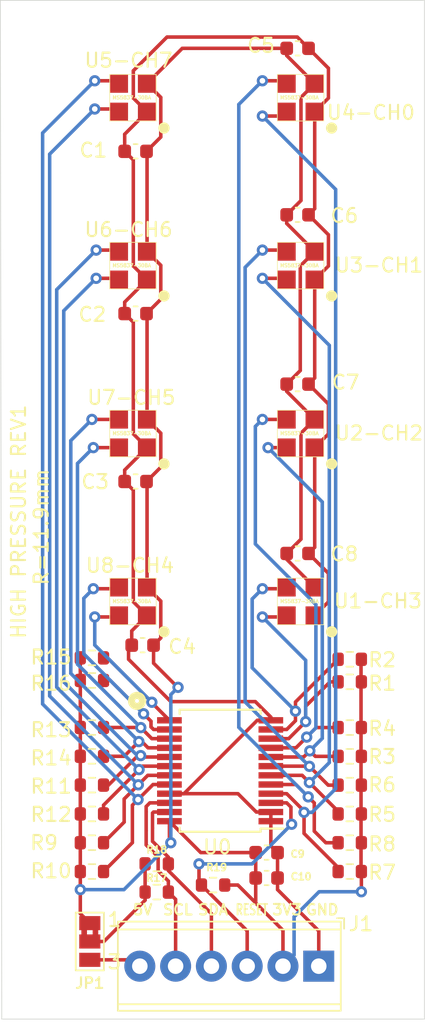
<source format=kicad_pcb>
(kicad_pcb (version 20171130) (host pcbnew "(5.1.12)-1")

  (general
    (thickness 1.6)
    (drawings 14)
    (tracks 372)
    (zones 0)
    (modules 44)
    (nets 24)
  )

  (page A4)
  (layers
    (0 F.Cu signal)
    (31 B.Cu signal)
    (32 B.Adhes user)
    (33 F.Adhes user)
    (34 B.Paste user)
    (35 F.Paste user)
    (36 B.SilkS user)
    (37 F.SilkS user)
    (38 B.Mask user)
    (39 F.Mask user)
    (40 Dwgs.User user)
    (41 Cmts.User user)
    (42 Eco1.User user)
    (43 Eco2.User user)
    (44 Edge.Cuts user)
    (45 Margin user)
    (46 B.CrtYd user)
    (47 F.CrtYd user)
    (48 B.Fab user)
    (49 F.Fab user)
  )

  (setup
    (last_trace_width 0.25)
    (trace_clearance 0.2)
    (zone_clearance 0.508)
    (zone_45_only no)
    (trace_min 0.2)
    (via_size 0.8)
    (via_drill 0.4)
    (via_min_size 0.4)
    (via_min_drill 0.3)
    (uvia_size 0.3)
    (uvia_drill 0.1)
    (uvias_allowed no)
    (uvia_min_size 0.2)
    (uvia_min_drill 0.1)
    (edge_width 0.05)
    (segment_width 0.2)
    (pcb_text_width 0.3)
    (pcb_text_size 1.5 1.5)
    (mod_edge_width 0.12)
    (mod_text_size 1 1)
    (mod_text_width 0.15)
    (pad_size 1.3 1.3)
    (pad_drill 0)
    (pad_to_mask_clearance 0)
    (aux_axis_origin 0 0)
    (visible_elements 7FFDFFBF)
    (pcbplotparams
      (layerselection 0x010fc_ffffffff)
      (usegerberextensions true)
      (usegerberattributes true)
      (usegerberadvancedattributes false)
      (creategerberjobfile false)
      (excludeedgelayer true)
      (linewidth 0.100000)
      (plotframeref false)
      (viasonmask false)
      (mode 1)
      (useauxorigin false)
      (hpglpennumber 1)
      (hpglpenspeed 20)
      (hpglpendiameter 15.000000)
      (psnegative false)
      (psa4output false)
      (plotreference true)
      (plotvalue false)
      (plotinvisibletext false)
      (padsonsilk false)
      (subtractmaskfromsilk true)
      (outputformat 1)
      (mirror false)
      (drillshape 0)
      (scaleselection 1)
      (outputdirectory "gerbers_ds20_large/"))
  )

  (net 0 "")
  (net 1 "Net-(J1-Pad3)")
  (net 2 +3V3)
  (net 3 GND)
  (net 4 "Net-(J1-Pad4)")
  (net 5 "Net-(J1-Pad5)")
  (net 6 "Net-(R1-Pad2)")
  (net 7 "Net-(R2-Pad2)")
  (net 8 "Net-(R3-Pad2)")
  (net 9 "Net-(R4-Pad2)")
  (net 10 "Net-(R5-Pad2)")
  (net 11 "Net-(R6-Pad2)")
  (net 12 "Net-(R7-Pad2)")
  (net 13 "Net-(R8-Pad2)")
  (net 14 "Net-(R9-Pad2)")
  (net 15 "Net-(R10-Pad2)")
  (net 16 "Net-(R11-Pad2)")
  (net 17 "Net-(R12-Pad2)")
  (net 18 "Net-(R13-Pad2)")
  (net 19 "Net-(R14-Pad2)")
  (net 20 "Net-(R15-Pad2)")
  (net 21 "Net-(R16-Pad2)")
  (net 22 +5V)
  (net 23 "Net-(JP1-Pad2)")

  (net_class Default "This is the default net class."
    (clearance 0.2)
    (trace_width 0.25)
    (via_dia 0.8)
    (via_drill 0.4)
    (uvia_dia 0.3)
    (uvia_drill 0.1)
    (add_net +3V3)
    (add_net +5V)
    (add_net GND)
    (add_net "Net-(J1-Pad3)")
    (add_net "Net-(J1-Pad4)")
    (add_net "Net-(J1-Pad5)")
    (add_net "Net-(JP1-Pad2)")
    (add_net "Net-(R1-Pad2)")
    (add_net "Net-(R10-Pad2)")
    (add_net "Net-(R11-Pad2)")
    (add_net "Net-(R12-Pad2)")
    (add_net "Net-(R13-Pad2)")
    (add_net "Net-(R14-Pad2)")
    (add_net "Net-(R15-Pad2)")
    (add_net "Net-(R16-Pad2)")
    (add_net "Net-(R2-Pad2)")
    (add_net "Net-(R3-Pad2)")
    (add_net "Net-(R4-Pad2)")
    (add_net "Net-(R5-Pad2)")
    (add_net "Net-(R6-Pad2)")
    (add_net "Net-(R7-Pad2)")
    (add_net "Net-(R8-Pad2)")
    (add_net "Net-(R9-Pad2)")
  )

  (module HighPressureSensorArray_Footprints:MS5837-30B (layer F.Cu) (tedit 619693FA) (tstamp 61B9226C)
    (at 123.6 63.7)
    (path /61DDC54F)
    (fp_text reference U8-CH4 (at 0 1.65) (layer F.SilkS)
      (effects (font (size 1 1) (thickness 0.15)))
    )
    (fp_text value MS5837 (at -5.924 4.07) (layer F.Fab)
      (effects (font (size 1 1) (thickness 0.15)))
    )
    (fp_line (start 1.8626 2.5504) (end 1.8626 5.8504) (layer F.SilkS) (width 0.05))
    (fp_line (start -1.4374 5.8504) (end 1.8626 5.8504) (layer F.SilkS) (width 0.05))
    (fp_line (start -1.4374 2.5504) (end 1.8626 2.5504) (layer F.SilkS) (width 0.05))
    (fp_line (start -1.4374 2.5504) (end -1.4374 5.8504) (layer F.SilkS) (width 0.05))
    (fp_circle (center 2.413 6.35) (end 2.613 6.35) (layer F.SilkS) (width 0.4))
    (fp_line (start 1.926 2.469) (end 1.926 5.969) (layer F.CrtYd) (width 0.05))
    (fp_line (start -1.524 5.969) (end 1.926 5.969) (layer F.CrtYd) (width 0.05))
    (fp_line (start -1.524 2.469) (end -1.524 5.969) (layer F.CrtYd) (width 0.05))
    (fp_line (start -1.524 2.469) (end 1.926 2.469) (layer F.CrtYd) (width 0.05))
    (fp_text user MS5837-30BA (at 0.127 4.191) (layer F.SilkS)
      (effects (font (size 0.25 0.25) (thickness 0.0625)))
    )
    (pad 4 smd rect (at -0.7874 5.2004) (size 1.3 1.3) (layers F.Cu F.Paste F.Mask)
      (net 20 "Net-(R15-Pad2)"))
    (pad 3 smd rect (at -0.7874 3.2004) (size 1.3 1.3) (layers F.Cu F.Paste F.Mask)
      (net 21 "Net-(R16-Pad2)"))
    (pad 1 smd rect (at 1.2126 5.2004) (size 1.3 1.3) (layers F.Cu F.Paste F.Mask)
      (net 3 GND))
    (pad 2 smd rect (at 1.2126 3.2004) (size 1.3 1.3) (layers F.Cu F.Paste F.Mask)
      (net 2 +3V3))
    (model "C:/Users/Aiden/Documents/KiCAD/Underwater Tactile Sensor/V1/MS5837-30BA .step"
      (offset (xyz 0.2 -4.2 0))
      (scale (xyz 1 1 1))
      (rotate (xyz 0 0 0))
    )
  )

  (module Jumper:SolderJumper-3_P1.3mm_Bridged2Bar12_Pad1.0x1.5mm_NumberLabels (layer F.Cu) (tedit 5C756B16) (tstamp 61BF8AA9)
    (at 120.75 92 270)
    (descr "SMD Solder Jumper, 1x1.5mm Pads, 0.3mm gap, pads 1-2 Bridged2Bar with 2 copper strip, labeled with numbers")
    (tags "solder jumper open")
    (path /61BFF099)
    (attr virtual)
    (fp_text reference JP1 (at 2.95 0 180) (layer F.SilkS)
      (effects (font (size 0.75 0.75) (thickness 0.15)))
    )
    (fp_text value SolderJumper_3_Bridged12 (at 0 1.9 90) (layer F.Fab)
      (effects (font (size 1 1) (thickness 0.15)))
    )
    (fp_poly (pts (xy -0.9 -0.6) (xy -0.4 -0.6) (xy -0.4 -0.2) (xy -0.9 -0.2)) (layer F.Cu) (width 0))
    (fp_poly (pts (xy -0.9 0.2) (xy -0.4 0.2) (xy -0.4 0.6) (xy -0.9 0.6)) (layer F.Cu) (width 0))
    (fp_line (start 2.3 1.25) (end -2.3 1.25) (layer F.CrtYd) (width 0.05))
    (fp_line (start 2.3 1.25) (end 2.3 -1.25) (layer F.CrtYd) (width 0.05))
    (fp_line (start -2.3 -1.25) (end -2.3 1.25) (layer F.CrtYd) (width 0.05))
    (fp_line (start -2.3 -1.25) (end 2.3 -1.25) (layer F.CrtYd) (width 0.05))
    (fp_line (start -2.05 -1) (end 2.05 -1) (layer F.SilkS) (width 0.12))
    (fp_line (start 2.05 -1) (end 2.05 1) (layer F.SilkS) (width 0.12))
    (fp_line (start 2.05 1) (end -2.05 1) (layer F.SilkS) (width 0.12))
    (fp_line (start -2.05 1) (end -2.05 -1) (layer F.SilkS) (width 0.12))
    (fp_text user 3 (at 1.45 -1.75 180) (layer F.SilkS)
      (effects (font (size 1 1) (thickness 0.15)))
    )
    (fp_text user 1 (at -1.55 -1.75 180) (layer F.SilkS)
      (effects (font (size 1 1) (thickness 0.15)))
    )
    (pad 1 smd rect (at -1.3 0 270) (size 1 1.5) (layers F.Cu F.Mask)
      (net 2 +3V3))
    (pad 3 smd rect (at 1.3 0 270) (size 1 1.5) (layers F.Cu F.Mask)
      (net 22 +5V))
    (pad 2 smd rect (at 0 0 270) (size 1 1.5) (layers F.Cu F.Mask)
      (net 23 "Net-(JP1-Pad2)"))
  )

  (module Capacitor_SMD:C_0603_1608Metric (layer F.Cu) (tedit 5F68FEEE) (tstamp 61B91F79)
    (at 124 36)
    (descr "Capacitor SMD 0603 (1608 Metric), square (rectangular) end terminal, IPC_7351 nominal, (Body size source: IPC-SM-782 page 76, https://www.pcb-3d.com/wordpress/wp-content/uploads/ipc-sm-782a_amendment_1_and_2.pdf), generated with kicad-footprint-generator")
    (tags capacitor)
    (path /61C6B183)
    (attr smd)
    (fp_text reference C1 (at -3 -0.08) (layer F.SilkS)
      (effects (font (size 1 1) (thickness 0.15)))
    )
    (fp_text value 06034C104KAT2A (at -8.7 0.12) (layer F.Fab)
      (effects (font (size 1 1) (thickness 0.15)))
    )
    (fp_line (start -0.8 0.4) (end -0.8 -0.4) (layer F.Fab) (width 0.1))
    (fp_line (start -0.8 -0.4) (end 0.8 -0.4) (layer F.Fab) (width 0.1))
    (fp_line (start 0.8 -0.4) (end 0.8 0.4) (layer F.Fab) (width 0.1))
    (fp_line (start 0.8 0.4) (end -0.8 0.4) (layer F.Fab) (width 0.1))
    (fp_line (start -0.14058 -0.51) (end 0.14058 -0.51) (layer F.SilkS) (width 0.12))
    (fp_line (start -0.14058 0.51) (end 0.14058 0.51) (layer F.SilkS) (width 0.12))
    (fp_line (start -1.48 0.73) (end -1.48 -0.73) (layer F.CrtYd) (width 0.05))
    (fp_line (start -1.48 -0.73) (end 1.48 -0.73) (layer F.CrtYd) (width 0.05))
    (fp_line (start 1.48 -0.73) (end 1.48 0.73) (layer F.CrtYd) (width 0.05))
    (fp_line (start 1.48 0.73) (end -1.48 0.73) (layer F.CrtYd) (width 0.05))
    (fp_text user %R (at 0 0) (layer F.Fab)
      (effects (font (size 0.4 0.4) (thickness 0.06)))
    )
    (pad 2 smd roundrect (at 0.775 0) (size 0.9 0.95) (layers F.Cu F.Paste F.Mask) (roundrect_rratio 0.25)
      (net 2 +3V3))
    (pad 1 smd roundrect (at -0.775 0) (size 0.9 0.95) (layers F.Cu F.Paste F.Mask) (roundrect_rratio 0.25)
      (net 3 GND))
    (model ${KISYS3DMOD}/Capacitor_SMD.3dshapes/C_0603_1608Metric.wrl
      (at (xyz 0 0 0))
      (scale (xyz 1 1 1))
      (rotate (xyz 0 0 0))
    )
  )

  (module Capacitor_SMD:C_0603_1608Metric (layer F.Cu) (tedit 5F68FEEE) (tstamp 61B91F8A)
    (at 124 47.5)
    (descr "Capacitor SMD 0603 (1608 Metric), square (rectangular) end terminal, IPC_7351 nominal, (Body size source: IPC-SM-782 page 76, https://www.pcb-3d.com/wordpress/wp-content/uploads/ipc-sm-782a_amendment_1_and_2.pdf), generated with kicad-footprint-generator")
    (tags capacitor)
    (path /61CB5F68)
    (attr smd)
    (fp_text reference C2 (at -3.07 0.06) (layer F.SilkS)
      (effects (font (size 1 1) (thickness 0.15)))
    )
    (fp_text value 06034C104KAT2A (at -9.37 -0.14) (layer F.Fab)
      (effects (font (size 1 1) (thickness 0.15)))
    )
    (fp_line (start 1.48 0.73) (end -1.48 0.73) (layer F.CrtYd) (width 0.05))
    (fp_line (start 1.48 -0.73) (end 1.48 0.73) (layer F.CrtYd) (width 0.05))
    (fp_line (start -1.48 -0.73) (end 1.48 -0.73) (layer F.CrtYd) (width 0.05))
    (fp_line (start -1.48 0.73) (end -1.48 -0.73) (layer F.CrtYd) (width 0.05))
    (fp_line (start -0.14058 0.51) (end 0.14058 0.51) (layer F.SilkS) (width 0.12))
    (fp_line (start -0.14058 -0.51) (end 0.14058 -0.51) (layer F.SilkS) (width 0.12))
    (fp_line (start 0.8 0.4) (end -0.8 0.4) (layer F.Fab) (width 0.1))
    (fp_line (start 0.8 -0.4) (end 0.8 0.4) (layer F.Fab) (width 0.1))
    (fp_line (start -0.8 -0.4) (end 0.8 -0.4) (layer F.Fab) (width 0.1))
    (fp_line (start -0.8 0.4) (end -0.8 -0.4) (layer F.Fab) (width 0.1))
    (fp_text user %R (at 0 0) (layer F.Fab)
      (effects (font (size 0.4 0.4) (thickness 0.06)))
    )
    (pad 1 smd roundrect (at -0.775 0) (size 0.9 0.95) (layers F.Cu F.Paste F.Mask) (roundrect_rratio 0.25)
      (net 3 GND))
    (pad 2 smd roundrect (at 0.775 0) (size 0.9 0.95) (layers F.Cu F.Paste F.Mask) (roundrect_rratio 0.25)
      (net 2 +3V3))
    (model ${KISYS3DMOD}/Capacitor_SMD.3dshapes/C_0603_1608Metric.wrl
      (at (xyz 0 0 0))
      (scale (xyz 1 1 1))
      (rotate (xyz 0 0 0))
    )
  )

  (module Capacitor_SMD:C_0603_1608Metric (layer F.Cu) (tedit 5F68FEEE) (tstamp 61B91F9B)
    (at 124 59.4)
    (descr "Capacitor SMD 0603 (1608 Metric), square (rectangular) end terminal, IPC_7351 nominal, (Body size source: IPC-SM-782 page 76, https://www.pcb-3d.com/wordpress/wp-content/uploads/ipc-sm-782a_amendment_1_and_2.pdf), generated with kicad-footprint-generator")
    (tags capacitor)
    (path /61CBF7C4)
    (attr smd)
    (fp_text reference C3 (at -2.87 0.02) (layer F.SilkS)
      (effects (font (size 1 1) (thickness 0.15)))
    )
    (fp_text value 06034C104KAT2A (at -8.87 0.02) (layer F.Fab)
      (effects (font (size 1 1) (thickness 0.15)))
    )
    (fp_line (start -0.8 0.4) (end -0.8 -0.4) (layer F.Fab) (width 0.1))
    (fp_line (start -0.8 -0.4) (end 0.8 -0.4) (layer F.Fab) (width 0.1))
    (fp_line (start 0.8 -0.4) (end 0.8 0.4) (layer F.Fab) (width 0.1))
    (fp_line (start 0.8 0.4) (end -0.8 0.4) (layer F.Fab) (width 0.1))
    (fp_line (start -0.14058 -0.51) (end 0.14058 -0.51) (layer F.SilkS) (width 0.12))
    (fp_line (start -0.14058 0.51) (end 0.14058 0.51) (layer F.SilkS) (width 0.12))
    (fp_line (start -1.48 0.73) (end -1.48 -0.73) (layer F.CrtYd) (width 0.05))
    (fp_line (start -1.48 -0.73) (end 1.48 -0.73) (layer F.CrtYd) (width 0.05))
    (fp_line (start 1.48 -0.73) (end 1.48 0.73) (layer F.CrtYd) (width 0.05))
    (fp_line (start 1.48 0.73) (end -1.48 0.73) (layer F.CrtYd) (width 0.05))
    (fp_text user %R (at 0 0) (layer F.Fab)
      (effects (font (size 0.4 0.4) (thickness 0.06)))
    )
    (pad 2 smd roundrect (at 0.775 0) (size 0.9 0.95) (layers F.Cu F.Paste F.Mask) (roundrect_rratio 0.25)
      (net 2 +3V3))
    (pad 1 smd roundrect (at -0.775 0) (size 0.9 0.95) (layers F.Cu F.Paste F.Mask) (roundrect_rratio 0.25)
      (net 3 GND))
    (model ${KISYS3DMOD}/Capacitor_SMD.3dshapes/C_0603_1608Metric.wrl
      (at (xyz 0 0 0))
      (scale (xyz 1 1 1))
      (rotate (xyz 0 0 0))
    )
  )

  (module Capacitor_SMD:C_0603_1608Metric (layer F.Cu) (tedit 5F68FEEE) (tstamp 61B91FAC)
    (at 124.5 71)
    (descr "Capacitor SMD 0603 (1608 Metric), square (rectangular) end terminal, IPC_7351 nominal, (Body size source: IPC-SM-782 page 76, https://www.pcb-3d.com/wordpress/wp-content/uploads/ipc-sm-782a_amendment_1_and_2.pdf), generated with kicad-footprint-generator")
    (tags capacitor)
    (path /61CD0124)
    (attr smd)
    (fp_text reference C4 (at 2.8 0.1) (layer F.SilkS)
      (effects (font (size 1 1) (thickness 0.15)))
    )
    (fp_text value 06034C104KAT2A (at -9.41 0.19) (layer F.Fab)
      (effects (font (size 1 1) (thickness 0.15)))
    )
    (fp_line (start 1.48 0.73) (end -1.48 0.73) (layer F.CrtYd) (width 0.05))
    (fp_line (start 1.48 -0.73) (end 1.48 0.73) (layer F.CrtYd) (width 0.05))
    (fp_line (start -1.48 -0.73) (end 1.48 -0.73) (layer F.CrtYd) (width 0.05))
    (fp_line (start -1.48 0.73) (end -1.48 -0.73) (layer F.CrtYd) (width 0.05))
    (fp_line (start -0.14058 0.51) (end 0.14058 0.51) (layer F.SilkS) (width 0.12))
    (fp_line (start -0.14058 -0.51) (end 0.14058 -0.51) (layer F.SilkS) (width 0.12))
    (fp_line (start 0.8 0.4) (end -0.8 0.4) (layer F.Fab) (width 0.1))
    (fp_line (start 0.8 -0.4) (end 0.8 0.4) (layer F.Fab) (width 0.1))
    (fp_line (start -0.8 -0.4) (end 0.8 -0.4) (layer F.Fab) (width 0.1))
    (fp_line (start -0.8 0.4) (end -0.8 -0.4) (layer F.Fab) (width 0.1))
    (fp_text user %R (at 0 0) (layer F.Fab)
      (effects (font (size 0.4 0.4) (thickness 0.06)))
    )
    (pad 1 smd roundrect (at -0.775 0) (size 0.9 0.95) (layers F.Cu F.Paste F.Mask) (roundrect_rratio 0.25)
      (net 3 GND))
    (pad 2 smd roundrect (at 0.775 0) (size 0.9 0.95) (layers F.Cu F.Paste F.Mask) (roundrect_rratio 0.25)
      (net 2 +3V3))
    (model ${KISYS3DMOD}/Capacitor_SMD.3dshapes/C_0603_1608Metric.wrl
      (at (xyz 0 0 0))
      (scale (xyz 1 1 1))
      (rotate (xyz 0 0 0))
    )
  )

  (module Capacitor_SMD:C_0603_1608Metric (layer F.Cu) (tedit 5F68FEEE) (tstamp 61B91FBD)
    (at 135.5 28.7 180)
    (descr "Capacitor SMD 0603 (1608 Metric), square (rectangular) end terminal, IPC_7351 nominal, (Body size source: IPC-SM-782 page 76, https://www.pcb-3d.com/wordpress/wp-content/uploads/ipc-sm-782a_amendment_1_and_2.pdf), generated with kicad-footprint-generator")
    (tags capacitor)
    (path /61DDC49B)
    (attr smd)
    (fp_text reference C5 (at 2.6 0.2) (layer F.SilkS)
      (effects (font (size 1 1) (thickness 0.15)))
    )
    (fp_text value 06034C104KAT2A (at -8.81 0.03) (layer F.Fab)
      (effects (font (size 1 1) (thickness 0.15)))
    )
    (fp_line (start -0.8 0.4) (end -0.8 -0.4) (layer F.Fab) (width 0.1))
    (fp_line (start -0.8 -0.4) (end 0.8 -0.4) (layer F.Fab) (width 0.1))
    (fp_line (start 0.8 -0.4) (end 0.8 0.4) (layer F.Fab) (width 0.1))
    (fp_line (start 0.8 0.4) (end -0.8 0.4) (layer F.Fab) (width 0.1))
    (fp_line (start -0.14058 -0.51) (end 0.14058 -0.51) (layer F.SilkS) (width 0.12))
    (fp_line (start -0.14058 0.51) (end 0.14058 0.51) (layer F.SilkS) (width 0.12))
    (fp_line (start -1.48 0.73) (end -1.48 -0.73) (layer F.CrtYd) (width 0.05))
    (fp_line (start -1.48 -0.73) (end 1.48 -0.73) (layer F.CrtYd) (width 0.05))
    (fp_line (start 1.48 -0.73) (end 1.48 0.73) (layer F.CrtYd) (width 0.05))
    (fp_line (start 1.48 0.73) (end -1.48 0.73) (layer F.CrtYd) (width 0.05))
    (fp_text user %R (at 0 0) (layer F.Fab)
      (effects (font (size 0.4 0.4) (thickness 0.06)))
    )
    (pad 2 smd roundrect (at 0.775 0 180) (size 0.9 0.95) (layers F.Cu F.Paste F.Mask) (roundrect_rratio 0.25)
      (net 2 +3V3))
    (pad 1 smd roundrect (at -0.775 0 180) (size 0.9 0.95) (layers F.Cu F.Paste F.Mask) (roundrect_rratio 0.25)
      (net 3 GND))
    (model ${KISYS3DMOD}/Capacitor_SMD.3dshapes/C_0603_1608Metric.wrl
      (at (xyz 0 0 0))
      (scale (xyz 1 1 1))
      (rotate (xyz 0 0 0))
    )
  )

  (module Capacitor_SMD:C_0603_1608Metric (layer F.Cu) (tedit 5F68FEEE) (tstamp 61B91FCE)
    (at 135.5 40.5 180)
    (descr "Capacitor SMD 0603 (1608 Metric), square (rectangular) end terminal, IPC_7351 nominal, (Body size source: IPC-SM-782 page 76, https://www.pcb-3d.com/wordpress/wp-content/uploads/ipc-sm-782a_amendment_1_and_2.pdf), generated with kicad-footprint-generator")
    (tags capacitor)
    (path /61DDC4D7)
    (attr smd)
    (fp_text reference C6 (at -3.32 -0.06) (layer F.SilkS)
      (effects (font (size 1 1) (thickness 0.15)))
    )
    (fp_text value 06034C104KAT2A (at -8.82 0.44) (layer F.Fab)
      (effects (font (size 1 1) (thickness 0.15)))
    )
    (fp_line (start 1.48 0.73) (end -1.48 0.73) (layer F.CrtYd) (width 0.05))
    (fp_line (start 1.48 -0.73) (end 1.48 0.73) (layer F.CrtYd) (width 0.05))
    (fp_line (start -1.48 -0.73) (end 1.48 -0.73) (layer F.CrtYd) (width 0.05))
    (fp_line (start -1.48 0.73) (end -1.48 -0.73) (layer F.CrtYd) (width 0.05))
    (fp_line (start -0.14058 0.51) (end 0.14058 0.51) (layer F.SilkS) (width 0.12))
    (fp_line (start -0.14058 -0.51) (end 0.14058 -0.51) (layer F.SilkS) (width 0.12))
    (fp_line (start 0.8 0.4) (end -0.8 0.4) (layer F.Fab) (width 0.1))
    (fp_line (start 0.8 -0.4) (end 0.8 0.4) (layer F.Fab) (width 0.1))
    (fp_line (start -0.8 -0.4) (end 0.8 -0.4) (layer F.Fab) (width 0.1))
    (fp_line (start -0.8 0.4) (end -0.8 -0.4) (layer F.Fab) (width 0.1))
    (fp_text user %R (at 0 0) (layer F.Fab)
      (effects (font (size 0.4 0.4) (thickness 0.06)))
    )
    (pad 1 smd roundrect (at -0.775 0 180) (size 0.9 0.95) (layers F.Cu F.Paste F.Mask) (roundrect_rratio 0.25)
      (net 3 GND))
    (pad 2 smd roundrect (at 0.775 0 180) (size 0.9 0.95) (layers F.Cu F.Paste F.Mask) (roundrect_rratio 0.25)
      (net 2 +3V3))
    (model ${KISYS3DMOD}/Capacitor_SMD.3dshapes/C_0603_1608Metric.wrl
      (at (xyz 0 0 0))
      (scale (xyz 1 1 1))
      (rotate (xyz 0 0 0))
    )
  )

  (module Capacitor_SMD:C_0603_1608Metric (layer F.Cu) (tedit 5F68FEEE) (tstamp 61B91FDF)
    (at 135.5 52.5 180)
    (descr "Capacitor SMD 0603 (1608 Metric), square (rectangular) end terminal, IPC_7351 nominal, (Body size source: IPC-SM-782 page 76, https://www.pcb-3d.com/wordpress/wp-content/uploads/ipc-sm-782a_amendment_1_and_2.pdf), generated with kicad-footprint-generator")
    (tags capacitor)
    (path /61DDC519)
    (attr smd)
    (fp_text reference C7 (at -3.41 0.13) (layer F.SilkS)
      (effects (font (size 1 1) (thickness 0.15)))
    )
    (fp_text value 06034C104KAT2A (at -9.31 0.23) (layer F.Fab)
      (effects (font (size 1 1) (thickness 0.15)))
    )
    (fp_line (start 1.48 0.73) (end -1.48 0.73) (layer F.CrtYd) (width 0.05))
    (fp_line (start 1.48 -0.73) (end 1.48 0.73) (layer F.CrtYd) (width 0.05))
    (fp_line (start -1.48 -0.73) (end 1.48 -0.73) (layer F.CrtYd) (width 0.05))
    (fp_line (start -1.48 0.73) (end -1.48 -0.73) (layer F.CrtYd) (width 0.05))
    (fp_line (start -0.14058 0.51) (end 0.14058 0.51) (layer F.SilkS) (width 0.12))
    (fp_line (start -0.14058 -0.51) (end 0.14058 -0.51) (layer F.SilkS) (width 0.12))
    (fp_line (start 0.8 0.4) (end -0.8 0.4) (layer F.Fab) (width 0.1))
    (fp_line (start 0.8 -0.4) (end 0.8 0.4) (layer F.Fab) (width 0.1))
    (fp_line (start -0.8 -0.4) (end 0.8 -0.4) (layer F.Fab) (width 0.1))
    (fp_line (start -0.8 0.4) (end -0.8 -0.4) (layer F.Fab) (width 0.1))
    (fp_text user %R (at 0 0) (layer F.Fab)
      (effects (font (size 0.4 0.4) (thickness 0.06)))
    )
    (pad 1 smd roundrect (at -0.775 0 180) (size 0.9 0.95) (layers F.Cu F.Paste F.Mask) (roundrect_rratio 0.25)
      (net 3 GND))
    (pad 2 smd roundrect (at 0.775 0 180) (size 0.9 0.95) (layers F.Cu F.Paste F.Mask) (roundrect_rratio 0.25)
      (net 2 +3V3))
    (model ${KISYS3DMOD}/Capacitor_SMD.3dshapes/C_0603_1608Metric.wrl
      (at (xyz 0 0 0))
      (scale (xyz 1 1 1))
      (rotate (xyz 0 0 0))
    )
  )

  (module Capacitor_SMD:C_0603_1608Metric (layer F.Cu) (tedit 5F68FEEE) (tstamp 61B91FF0)
    (at 135.5 64.5 180)
    (descr "Capacitor SMD 0603 (1608 Metric), square (rectangular) end terminal, IPC_7351 nominal, (Body size source: IPC-SM-782 page 76, https://www.pcb-3d.com/wordpress/wp-content/uploads/ipc-sm-782a_amendment_1_and_2.pdf), generated with kicad-footprint-generator")
    (tags capacitor)
    (path /61DDC55B)
    (attr smd)
    (fp_text reference C8 (at -3.32 -0.04) (layer F.SilkS)
      (effects (font (size 1 1) (thickness 0.15)))
    )
    (fp_text value 06034C104KAT2A (at -9.32 -0.04) (layer F.Fab)
      (effects (font (size 1 1) (thickness 0.15)))
    )
    (fp_line (start -0.8 0.4) (end -0.8 -0.4) (layer F.Fab) (width 0.1))
    (fp_line (start -0.8 -0.4) (end 0.8 -0.4) (layer F.Fab) (width 0.1))
    (fp_line (start 0.8 -0.4) (end 0.8 0.4) (layer F.Fab) (width 0.1))
    (fp_line (start 0.8 0.4) (end -0.8 0.4) (layer F.Fab) (width 0.1))
    (fp_line (start -0.14058 -0.51) (end 0.14058 -0.51) (layer F.SilkS) (width 0.12))
    (fp_line (start -0.14058 0.51) (end 0.14058 0.51) (layer F.SilkS) (width 0.12))
    (fp_line (start -1.48 0.73) (end -1.48 -0.73) (layer F.CrtYd) (width 0.05))
    (fp_line (start -1.48 -0.73) (end 1.48 -0.73) (layer F.CrtYd) (width 0.05))
    (fp_line (start 1.48 -0.73) (end 1.48 0.73) (layer F.CrtYd) (width 0.05))
    (fp_line (start 1.48 0.73) (end -1.48 0.73) (layer F.CrtYd) (width 0.05))
    (fp_text user %R (at 0 0) (layer F.Fab)
      (effects (font (size 0.4 0.4) (thickness 0.06)))
    )
    (pad 2 smd roundrect (at 0.775 0 180) (size 0.9 0.95) (layers F.Cu F.Paste F.Mask) (roundrect_rratio 0.25)
      (net 2 +3V3))
    (pad 1 smd roundrect (at -0.775 0 180) (size 0.9 0.95) (layers F.Cu F.Paste F.Mask) (roundrect_rratio 0.25)
      (net 3 GND))
    (model ${KISYS3DMOD}/Capacitor_SMD.3dshapes/C_0603_1608Metric.wrl
      (at (xyz 0 0 0))
      (scale (xyz 1 1 1))
      (rotate (xyz 0 0 0))
    )
  )

  (module Capacitor_SMD:C_0603_1608Metric (layer F.Cu) (tedit 5F68FEEE) (tstamp 61B92001)
    (at 133.3 85.7)
    (descr "Capacitor SMD 0603 (1608 Metric), square (rectangular) end terminal, IPC_7351 nominal, (Body size source: IPC-SM-782 page 76, https://www.pcb-3d.com/wordpress/wp-content/uploads/ipc-sm-782a_amendment_1_and_2.pdf), generated with kicad-footprint-generator")
    (tags capacitor)
    (path /61ADC204)
    (attr smd)
    (fp_text reference C9 (at 2.2 0.1) (layer F.SilkS)
      (effects (font (size 0.5 0.5) (thickness 0.125)))
    )
    (fp_text value C (at 0 1.43) (layer F.Fab)
      (effects (font (size 1 1) (thickness 0.15)))
    )
    (fp_line (start 1.48 0.73) (end -1.48 0.73) (layer F.CrtYd) (width 0.05))
    (fp_line (start 1.48 -0.73) (end 1.48 0.73) (layer F.CrtYd) (width 0.05))
    (fp_line (start -1.48 -0.73) (end 1.48 -0.73) (layer F.CrtYd) (width 0.05))
    (fp_line (start -1.48 0.73) (end -1.48 -0.73) (layer F.CrtYd) (width 0.05))
    (fp_line (start -0.14058 0.51) (end 0.14058 0.51) (layer F.SilkS) (width 0.12))
    (fp_line (start -0.14058 -0.51) (end 0.14058 -0.51) (layer F.SilkS) (width 0.12))
    (fp_line (start 0.8 0.4) (end -0.8 0.4) (layer F.Fab) (width 0.1))
    (fp_line (start 0.8 -0.4) (end 0.8 0.4) (layer F.Fab) (width 0.1))
    (fp_line (start -0.8 -0.4) (end 0.8 -0.4) (layer F.Fab) (width 0.1))
    (fp_line (start -0.8 0.4) (end -0.8 -0.4) (layer F.Fab) (width 0.1))
    (fp_text user %R (at 0 0) (layer F.Fab)
      (effects (font (size 0.4 0.4) (thickness 0.06)))
    )
    (pad 1 smd roundrect (at -0.775 0) (size 0.9 0.95) (layers F.Cu F.Paste F.Mask) (roundrect_rratio 0.25)
      (net 2 +3V3))
    (pad 2 smd roundrect (at 0.775 0) (size 0.9 0.95) (layers F.Cu F.Paste F.Mask) (roundrect_rratio 0.25)
      (net 3 GND))
    (model ${KISYS3DMOD}/Capacitor_SMD.3dshapes/C_0603_1608Metric.wrl
      (at (xyz 0 0 0))
      (scale (xyz 1 1 1))
      (rotate (xyz 0 0 0))
    )
  )

  (module Capacitor_SMD:C_0603_1608Metric (layer F.Cu) (tedit 5F68FEEE) (tstamp 61B92012)
    (at 133.3 87.5)
    (descr "Capacitor SMD 0603 (1608 Metric), square (rectangular) end terminal, IPC_7351 nominal, (Body size source: IPC-SM-782 page 76, https://www.pcb-3d.com/wordpress/wp-content/uploads/ipc-sm-782a_amendment_1_and_2.pdf), generated with kicad-footprint-generator")
    (tags capacitor)
    (path /61B060DB)
    (attr smd)
    (fp_text reference C10 (at 2.45 -0.1) (layer F.SilkS)
      (effects (font (size 0.5 0.5) (thickness 0.125)))
    )
    (fp_text value C (at 0 1.43) (layer F.Fab)
      (effects (font (size 1 1) (thickness 0.15)))
    )
    (fp_line (start -0.8 0.4) (end -0.8 -0.4) (layer F.Fab) (width 0.1))
    (fp_line (start -0.8 -0.4) (end 0.8 -0.4) (layer F.Fab) (width 0.1))
    (fp_line (start 0.8 -0.4) (end 0.8 0.4) (layer F.Fab) (width 0.1))
    (fp_line (start 0.8 0.4) (end -0.8 0.4) (layer F.Fab) (width 0.1))
    (fp_line (start -0.14058 -0.51) (end 0.14058 -0.51) (layer F.SilkS) (width 0.12))
    (fp_line (start -0.14058 0.51) (end 0.14058 0.51) (layer F.SilkS) (width 0.12))
    (fp_line (start -1.48 0.73) (end -1.48 -0.73) (layer F.CrtYd) (width 0.05))
    (fp_line (start -1.48 -0.73) (end 1.48 -0.73) (layer F.CrtYd) (width 0.05))
    (fp_line (start 1.48 -0.73) (end 1.48 0.73) (layer F.CrtYd) (width 0.05))
    (fp_line (start 1.48 0.73) (end -1.48 0.73) (layer F.CrtYd) (width 0.05))
    (fp_text user %R (at 0 0) (layer F.Fab)
      (effects (font (size 0.4 0.4) (thickness 0.06)))
    )
    (pad 2 smd roundrect (at 0.775 0) (size 0.9 0.95) (layers F.Cu F.Paste F.Mask) (roundrect_rratio 0.25)
      (net 3 GND))
    (pad 1 smd roundrect (at -0.775 0) (size 0.9 0.95) (layers F.Cu F.Paste F.Mask) (roundrect_rratio 0.25)
      (net 2 +3V3))
    (model ${KISYS3DMOD}/Capacitor_SMD.3dshapes/C_0603_1608Metric.wrl
      (at (xyz 0 0 0))
      (scale (xyz 1 1 1))
      (rotate (xyz 0 0 0))
    )
  )

  (module Resistor_SMD:R_0603_1608Metric (layer F.Cu) (tedit 5F68FEEE) (tstamp 61B9207D)
    (at 139.2 73.6 180)
    (descr "Resistor SMD 0603 (1608 Metric), square (rectangular) end terminal, IPC_7351 nominal, (Body size source: IPC-SM-782 page 72, https://www.pcb-3d.com/wordpress/wp-content/uploads/ipc-sm-782a_amendment_1_and_2.pdf), generated with kicad-footprint-generator")
    (tags resistor)
    (path /61C94E47)
    (attr smd)
    (fp_text reference R1 (at -2.3 -0.102042) (layer F.SilkS)
      (effects (font (size 1 1) (thickness 0.15)))
    )
    (fp_text value R (at 0 1.43) (layer F.Fab)
      (effects (font (size 1 1) (thickness 0.15)))
    )
    (fp_line (start -0.8 0.4125) (end -0.8 -0.4125) (layer F.Fab) (width 0.1))
    (fp_line (start -0.8 -0.4125) (end 0.8 -0.4125) (layer F.Fab) (width 0.1))
    (fp_line (start 0.8 -0.4125) (end 0.8 0.4125) (layer F.Fab) (width 0.1))
    (fp_line (start 0.8 0.4125) (end -0.8 0.4125) (layer F.Fab) (width 0.1))
    (fp_line (start -0.237258 -0.5225) (end 0.237258 -0.5225) (layer F.SilkS) (width 0.12))
    (fp_line (start -0.237258 0.5225) (end 0.237258 0.5225) (layer F.SilkS) (width 0.12))
    (fp_line (start -1.48 0.73) (end -1.48 -0.73) (layer F.CrtYd) (width 0.05))
    (fp_line (start -1.48 -0.73) (end 1.48 -0.73) (layer F.CrtYd) (width 0.05))
    (fp_line (start 1.48 -0.73) (end 1.48 0.73) (layer F.CrtYd) (width 0.05))
    (fp_line (start 1.48 0.73) (end -1.48 0.73) (layer F.CrtYd) (width 0.05))
    (fp_text user %R (at 0 0) (layer F.Fab)
      (effects (font (size 0.4 0.4) (thickness 0.06)))
    )
    (pad 2 smd roundrect (at 0.825 0 180) (size 0.8 0.95) (layers F.Cu F.Paste F.Mask) (roundrect_rratio 0.25)
      (net 6 "Net-(R1-Pad2)"))
    (pad 1 smd roundrect (at -0.825 0 180) (size 0.8 0.95) (layers F.Cu F.Paste F.Mask) (roundrect_rratio 0.25)
      (net 2 +3V3))
    (model ${KISYS3DMOD}/Resistor_SMD.3dshapes/R_0603_1608Metric.wrl
      (at (xyz 0 0 0))
      (scale (xyz 1 1 1))
      (rotate (xyz 0 0 0))
    )
  )

  (module Resistor_SMD:R_0603_1608Metric (layer F.Cu) (tedit 5F68FEEE) (tstamp 61B9208E)
    (at 139.2 72 180)
    (descr "Resistor SMD 0603 (1608 Metric), square (rectangular) end terminal, IPC_7351 nominal, (Body size source: IPC-SM-782 page 72, https://www.pcb-3d.com/wordpress/wp-content/uploads/ipc-sm-782a_amendment_1_and_2.pdf), generated with kicad-footprint-generator")
    (tags resistor)
    (path /61C9104B)
    (attr smd)
    (fp_text reference R2 (at -2.3 -0.042858) (layer F.SilkS)
      (effects (font (size 1 1) (thickness 0.15)))
    )
    (fp_text value R (at 0 1.43) (layer F.Fab)
      (effects (font (size 1 1) (thickness 0.15)))
    )
    (fp_line (start 1.48 0.73) (end -1.48 0.73) (layer F.CrtYd) (width 0.05))
    (fp_line (start 1.48 -0.73) (end 1.48 0.73) (layer F.CrtYd) (width 0.05))
    (fp_line (start -1.48 -0.73) (end 1.48 -0.73) (layer F.CrtYd) (width 0.05))
    (fp_line (start -1.48 0.73) (end -1.48 -0.73) (layer F.CrtYd) (width 0.05))
    (fp_line (start -0.237258 0.5225) (end 0.237258 0.5225) (layer F.SilkS) (width 0.12))
    (fp_line (start -0.237258 -0.5225) (end 0.237258 -0.5225) (layer F.SilkS) (width 0.12))
    (fp_line (start 0.8 0.4125) (end -0.8 0.4125) (layer F.Fab) (width 0.1))
    (fp_line (start 0.8 -0.4125) (end 0.8 0.4125) (layer F.Fab) (width 0.1))
    (fp_line (start -0.8 -0.4125) (end 0.8 -0.4125) (layer F.Fab) (width 0.1))
    (fp_line (start -0.8 0.4125) (end -0.8 -0.4125) (layer F.Fab) (width 0.1))
    (fp_text user %R (at 0 0 180) (layer F.Fab)
      (effects (font (size 0.4 0.4) (thickness 0.06)))
    )
    (pad 1 smd roundrect (at -0.825 0 180) (size 0.8 0.95) (layers F.Cu F.Paste F.Mask) (roundrect_rratio 0.25)
      (net 2 +3V3))
    (pad 2 smd roundrect (at 0.825 0 180) (size 0.8 0.95) (layers F.Cu F.Paste F.Mask) (roundrect_rratio 0.25)
      (net 7 "Net-(R2-Pad2)"))
    (model ${KISYS3DMOD}/Resistor_SMD.3dshapes/R_0603_1608Metric.wrl
      (at (xyz 0 0 0))
      (scale (xyz 1 1 1))
      (rotate (xyz 0 0 0))
    )
  )

  (module Resistor_SMD:R_0603_1608Metric (layer F.Cu) (tedit 5F68FEEE) (tstamp 61B9209F)
    (at 139.2 78.87959 180)
    (descr "Resistor SMD 0603 (1608 Metric), square (rectangular) end terminal, IPC_7351 nominal, (Body size source: IPC-SM-782 page 72, https://www.pcb-3d.com/wordpress/wp-content/uploads/ipc-sm-782a_amendment_1_and_2.pdf), generated with kicad-footprint-generator")
    (tags resistor)
    (path /61CB5F78)
    (attr smd)
    (fp_text reference R3 (at -2.3 -0.02041) (layer F.SilkS)
      (effects (font (size 1 1) (thickness 0.15)))
    )
    (fp_text value R (at 0 1.43) (layer F.Fab)
      (effects (font (size 1 1) (thickness 0.15)))
    )
    (fp_line (start 1.48 0.73) (end -1.48 0.73) (layer F.CrtYd) (width 0.05))
    (fp_line (start 1.48 -0.73) (end 1.48 0.73) (layer F.CrtYd) (width 0.05))
    (fp_line (start -1.48 -0.73) (end 1.48 -0.73) (layer F.CrtYd) (width 0.05))
    (fp_line (start -1.48 0.73) (end -1.48 -0.73) (layer F.CrtYd) (width 0.05))
    (fp_line (start -0.237258 0.5225) (end 0.237258 0.5225) (layer F.SilkS) (width 0.12))
    (fp_line (start -0.237258 -0.5225) (end 0.237258 -0.5225) (layer F.SilkS) (width 0.12))
    (fp_line (start 0.8 0.4125) (end -0.8 0.4125) (layer F.Fab) (width 0.1))
    (fp_line (start 0.8 -0.4125) (end 0.8 0.4125) (layer F.Fab) (width 0.1))
    (fp_line (start -0.8 -0.4125) (end 0.8 -0.4125) (layer F.Fab) (width 0.1))
    (fp_line (start -0.8 0.4125) (end -0.8 -0.4125) (layer F.Fab) (width 0.1))
    (fp_text user %R (at 0 0 180) (layer F.Fab)
      (effects (font (size 0.4 0.4) (thickness 0.06)))
    )
    (pad 1 smd roundrect (at -0.825 0 180) (size 0.8 0.95) (layers F.Cu F.Paste F.Mask) (roundrect_rratio 0.25)
      (net 2 +3V3))
    (pad 2 smd roundrect (at 0.825 0 180) (size 0.8 0.95) (layers F.Cu F.Paste F.Mask) (roundrect_rratio 0.25)
      (net 8 "Net-(R3-Pad2)"))
    (model ${KISYS3DMOD}/Resistor_SMD.3dshapes/R_0603_1608Metric.wrl
      (at (xyz 0 0 0))
      (scale (xyz 1 1 1))
      (rotate (xyz 0 0 0))
    )
  )

  (module Resistor_SMD:R_0603_1608Metric (layer F.Cu) (tedit 5F68FEEE) (tstamp 61B920B0)
    (at 139.2 76.838774 180)
    (descr "Resistor SMD 0603 (1608 Metric), square (rectangular) end terminal, IPC_7351 nominal, (Body size source: IPC-SM-782 page 72, https://www.pcb-3d.com/wordpress/wp-content/uploads/ipc-sm-782a_amendment_1_and_2.pdf), generated with kicad-footprint-generator")
    (tags resistor)
    (path /61CB5F72)
    (attr smd)
    (fp_text reference R4 (at -2.3 -0.061226) (layer F.SilkS)
      (effects (font (size 1 1) (thickness 0.15)))
    )
    (fp_text value R (at 0 1.43) (layer F.Fab)
      (effects (font (size 1 1) (thickness 0.15)))
    )
    (fp_line (start -0.8 0.4125) (end -0.8 -0.4125) (layer F.Fab) (width 0.1))
    (fp_line (start -0.8 -0.4125) (end 0.8 -0.4125) (layer F.Fab) (width 0.1))
    (fp_line (start 0.8 -0.4125) (end 0.8 0.4125) (layer F.Fab) (width 0.1))
    (fp_line (start 0.8 0.4125) (end -0.8 0.4125) (layer F.Fab) (width 0.1))
    (fp_line (start -0.237258 -0.5225) (end 0.237258 -0.5225) (layer F.SilkS) (width 0.12))
    (fp_line (start -0.237258 0.5225) (end 0.237258 0.5225) (layer F.SilkS) (width 0.12))
    (fp_line (start -1.48 0.73) (end -1.48 -0.73) (layer F.CrtYd) (width 0.05))
    (fp_line (start -1.48 -0.73) (end 1.48 -0.73) (layer F.CrtYd) (width 0.05))
    (fp_line (start 1.48 -0.73) (end 1.48 0.73) (layer F.CrtYd) (width 0.05))
    (fp_line (start 1.48 0.73) (end -1.48 0.73) (layer F.CrtYd) (width 0.05))
    (fp_text user %R (at 0 0) (layer F.Fab)
      (effects (font (size 0.4 0.4) (thickness 0.06)))
    )
    (pad 2 smd roundrect (at 0.825 0 180) (size 0.8 0.95) (layers F.Cu F.Paste F.Mask) (roundrect_rratio 0.25)
      (net 9 "Net-(R4-Pad2)"))
    (pad 1 smd roundrect (at -0.825 0 180) (size 0.8 0.95) (layers F.Cu F.Paste F.Mask) (roundrect_rratio 0.25)
      (net 2 +3V3))
    (model ${KISYS3DMOD}/Resistor_SMD.3dshapes/R_0603_1608Metric.wrl
      (at (xyz 0 0 0))
      (scale (xyz 1 1 1))
      (rotate (xyz 0 0 0))
    )
  )

  (module Resistor_SMD:R_0603_1608Metric (layer F.Cu) (tedit 5F68FEEE) (tstamp 61B920C1)
    (at 139.2 82.961222 180)
    (descr "Resistor SMD 0603 (1608 Metric), square (rectangular) end terminal, IPC_7351 nominal, (Body size source: IPC-SM-782 page 72, https://www.pcb-3d.com/wordpress/wp-content/uploads/ipc-sm-782a_amendment_1_and_2.pdf), generated with kicad-footprint-generator")
    (tags resistor)
    (path /61CBF7D4)
    (attr smd)
    (fp_text reference R5 (at -2.3 -0.038778) (layer F.SilkS)
      (effects (font (size 1 1) (thickness 0.15)))
    )
    (fp_text value R (at 0 1.43) (layer F.Fab)
      (effects (font (size 1 1) (thickness 0.15)))
    )
    (fp_line (start -0.8 0.4125) (end -0.8 -0.4125) (layer F.Fab) (width 0.1))
    (fp_line (start -0.8 -0.4125) (end 0.8 -0.4125) (layer F.Fab) (width 0.1))
    (fp_line (start 0.8 -0.4125) (end 0.8 0.4125) (layer F.Fab) (width 0.1))
    (fp_line (start 0.8 0.4125) (end -0.8 0.4125) (layer F.Fab) (width 0.1))
    (fp_line (start -0.237258 -0.5225) (end 0.237258 -0.5225) (layer F.SilkS) (width 0.12))
    (fp_line (start -0.237258 0.5225) (end 0.237258 0.5225) (layer F.SilkS) (width 0.12))
    (fp_line (start -1.48 0.73) (end -1.48 -0.73) (layer F.CrtYd) (width 0.05))
    (fp_line (start -1.48 -0.73) (end 1.48 -0.73) (layer F.CrtYd) (width 0.05))
    (fp_line (start 1.48 -0.73) (end 1.48 0.73) (layer F.CrtYd) (width 0.05))
    (fp_line (start 1.48 0.73) (end -1.48 0.73) (layer F.CrtYd) (width 0.05))
    (fp_text user %R (at 0 0) (layer F.Fab)
      (effects (font (size 0.4 0.4) (thickness 0.06)))
    )
    (pad 2 smd roundrect (at 0.825 0 180) (size 0.8 0.95) (layers F.Cu F.Paste F.Mask) (roundrect_rratio 0.25)
      (net 10 "Net-(R5-Pad2)"))
    (pad 1 smd roundrect (at -0.825 0 180) (size 0.8 0.95) (layers F.Cu F.Paste F.Mask) (roundrect_rratio 0.25)
      (net 2 +3V3))
    (model ${KISYS3DMOD}/Resistor_SMD.3dshapes/R_0603_1608Metric.wrl
      (at (xyz 0 0 0))
      (scale (xyz 1 1 1))
      (rotate (xyz 0 0 0))
    )
  )

  (module Resistor_SMD:R_0603_1608Metric (layer F.Cu) (tedit 5F68FEEE) (tstamp 61B920D2)
    (at 139.2 80.920406 180)
    (descr "Resistor SMD 0603 (1608 Metric), square (rectangular) end terminal, IPC_7351 nominal, (Body size source: IPC-SM-782 page 72, https://www.pcb-3d.com/wordpress/wp-content/uploads/ipc-sm-782a_amendment_1_and_2.pdf), generated with kicad-footprint-generator")
    (tags resistor)
    (path /61CBF7CE)
    (attr smd)
    (fp_text reference R6 (at -2.3 0.020406) (layer F.SilkS)
      (effects (font (size 1 1) (thickness 0.15)))
    )
    (fp_text value R (at 0 1.43) (layer F.Fab)
      (effects (font (size 1 1) (thickness 0.15)))
    )
    (fp_line (start 1.48 0.73) (end -1.48 0.73) (layer F.CrtYd) (width 0.05))
    (fp_line (start 1.48 -0.73) (end 1.48 0.73) (layer F.CrtYd) (width 0.05))
    (fp_line (start -1.48 -0.73) (end 1.48 -0.73) (layer F.CrtYd) (width 0.05))
    (fp_line (start -1.48 0.73) (end -1.48 -0.73) (layer F.CrtYd) (width 0.05))
    (fp_line (start -0.237258 0.5225) (end 0.237258 0.5225) (layer F.SilkS) (width 0.12))
    (fp_line (start -0.237258 -0.5225) (end 0.237258 -0.5225) (layer F.SilkS) (width 0.12))
    (fp_line (start 0.8 0.4125) (end -0.8 0.4125) (layer F.Fab) (width 0.1))
    (fp_line (start 0.8 -0.4125) (end 0.8 0.4125) (layer F.Fab) (width 0.1))
    (fp_line (start -0.8 -0.4125) (end 0.8 -0.4125) (layer F.Fab) (width 0.1))
    (fp_line (start -0.8 0.4125) (end -0.8 -0.4125) (layer F.Fab) (width 0.1))
    (fp_text user %R (at 0 0) (layer F.Fab)
      (effects (font (size 0.4 0.4) (thickness 0.06)))
    )
    (pad 1 smd roundrect (at -0.825 0 180) (size 0.8 0.95) (layers F.Cu F.Paste F.Mask) (roundrect_rratio 0.25)
      (net 2 +3V3))
    (pad 2 smd roundrect (at 0.825 0 180) (size 0.8 0.95) (layers F.Cu F.Paste F.Mask) (roundrect_rratio 0.25)
      (net 11 "Net-(R6-Pad2)"))
    (model ${KISYS3DMOD}/Resistor_SMD.3dshapes/R_0603_1608Metric.wrl
      (at (xyz 0 0 0))
      (scale (xyz 1 1 1))
      (rotate (xyz 0 0 0))
    )
  )

  (module Resistor_SMD:R_0603_1608Metric (layer F.Cu) (tedit 5F68FEEE) (tstamp 61B920E3)
    (at 139.2 87.042857 180)
    (descr "Resistor SMD 0603 (1608 Metric), square (rectangular) end terminal, IPC_7351 nominal, (Body size source: IPC-SM-782 page 72, https://www.pcb-3d.com/wordpress/wp-content/uploads/ipc-sm-782a_amendment_1_and_2.pdf), generated with kicad-footprint-generator")
    (tags resistor)
    (path /61CD0134)
    (attr smd)
    (fp_text reference R7 (at -2.3 -0.057143) (layer F.SilkS)
      (effects (font (size 1 1) (thickness 0.15)))
    )
    (fp_text value R (at 0 1.43) (layer F.Fab)
      (effects (font (size 1 1) (thickness 0.15)))
    )
    (fp_line (start 1.48 0.73) (end -1.48 0.73) (layer F.CrtYd) (width 0.05))
    (fp_line (start 1.48 -0.73) (end 1.48 0.73) (layer F.CrtYd) (width 0.05))
    (fp_line (start -1.48 -0.73) (end 1.48 -0.73) (layer F.CrtYd) (width 0.05))
    (fp_line (start -1.48 0.73) (end -1.48 -0.73) (layer F.CrtYd) (width 0.05))
    (fp_line (start -0.237258 0.5225) (end 0.237258 0.5225) (layer F.SilkS) (width 0.12))
    (fp_line (start -0.237258 -0.5225) (end 0.237258 -0.5225) (layer F.SilkS) (width 0.12))
    (fp_line (start 0.8 0.4125) (end -0.8 0.4125) (layer F.Fab) (width 0.1))
    (fp_line (start 0.8 -0.4125) (end 0.8 0.4125) (layer F.Fab) (width 0.1))
    (fp_line (start -0.8 -0.4125) (end 0.8 -0.4125) (layer F.Fab) (width 0.1))
    (fp_line (start -0.8 0.4125) (end -0.8 -0.4125) (layer F.Fab) (width 0.1))
    (fp_text user %R (at 0 0) (layer F.Fab)
      (effects (font (size 0.4 0.4) (thickness 0.06)))
    )
    (pad 1 smd roundrect (at -0.825 0 180) (size 0.8 0.95) (layers F.Cu F.Paste F.Mask) (roundrect_rratio 0.25)
      (net 2 +3V3))
    (pad 2 smd roundrect (at 0.825 0 180) (size 0.8 0.95) (layers F.Cu F.Paste F.Mask) (roundrect_rratio 0.25)
      (net 12 "Net-(R7-Pad2)"))
    (model ${KISYS3DMOD}/Resistor_SMD.3dshapes/R_0603_1608Metric.wrl
      (at (xyz 0 0 0))
      (scale (xyz 1 1 1))
      (rotate (xyz 0 0 0))
    )
  )

  (module Resistor_SMD:R_0603_1608Metric (layer F.Cu) (tedit 5F68FEEE) (tstamp 61B920F4)
    (at 139.2 85.002038 180)
    (descr "Resistor SMD 0603 (1608 Metric), square (rectangular) end terminal, IPC_7351 nominal, (Body size source: IPC-SM-782 page 72, https://www.pcb-3d.com/wordpress/wp-content/uploads/ipc-sm-782a_amendment_1_and_2.pdf), generated with kicad-footprint-generator")
    (tags resistor)
    (path /61CD012E)
    (attr smd)
    (fp_text reference R8 (at -2.3 -0.097962) (layer F.SilkS)
      (effects (font (size 1 1) (thickness 0.15)))
    )
    (fp_text value R (at 0 1.43) (layer F.Fab)
      (effects (font (size 1 1) (thickness 0.15)))
    )
    (fp_line (start -0.8 0.4125) (end -0.8 -0.4125) (layer F.Fab) (width 0.1))
    (fp_line (start -0.8 -0.4125) (end 0.8 -0.4125) (layer F.Fab) (width 0.1))
    (fp_line (start 0.8 -0.4125) (end 0.8 0.4125) (layer F.Fab) (width 0.1))
    (fp_line (start 0.8 0.4125) (end -0.8 0.4125) (layer F.Fab) (width 0.1))
    (fp_line (start -0.237258 -0.5225) (end 0.237258 -0.5225) (layer F.SilkS) (width 0.12))
    (fp_line (start -0.237258 0.5225) (end 0.237258 0.5225) (layer F.SilkS) (width 0.12))
    (fp_line (start -1.48 0.73) (end -1.48 -0.73) (layer F.CrtYd) (width 0.05))
    (fp_line (start -1.48 -0.73) (end 1.48 -0.73) (layer F.CrtYd) (width 0.05))
    (fp_line (start 1.48 -0.73) (end 1.48 0.73) (layer F.CrtYd) (width 0.05))
    (fp_line (start 1.48 0.73) (end -1.48 0.73) (layer F.CrtYd) (width 0.05))
    (fp_text user %R (at 0 0) (layer F.Fab)
      (effects (font (size 0.4 0.4) (thickness 0.06)))
    )
    (pad 2 smd roundrect (at 0.825 0 180) (size 0.8 0.95) (layers F.Cu F.Paste F.Mask) (roundrect_rratio 0.25)
      (net 13 "Net-(R8-Pad2)"))
    (pad 1 smd roundrect (at -0.825 0 180) (size 0.8 0.95) (layers F.Cu F.Paste F.Mask) (roundrect_rratio 0.25)
      (net 2 +3V3))
    (model ${KISYS3DMOD}/Resistor_SMD.3dshapes/R_0603_1608Metric.wrl
      (at (xyz 0 0 0))
      (scale (xyz 1 1 1))
      (rotate (xyz 0 0 0))
    )
  )

  (module Resistor_SMD:R_0603_1608Metric (layer F.Cu) (tedit 5F68FEEE) (tstamp 61B92105)
    (at 120.9 85.001016)
    (descr "Resistor SMD 0603 (1608 Metric), square (rectangular) end terminal, IPC_7351 nominal, (Body size source: IPC-SM-782 page 72, https://www.pcb-3d.com/wordpress/wp-content/uploads/ipc-sm-782a_amendment_1_and_2.pdf), generated with kicad-footprint-generator")
    (tags resistor)
    (path /61DDC592)
    (attr smd)
    (fp_text reference R9 (at -3.4 -0.001016 180) (layer F.SilkS)
      (effects (font (size 1 1) (thickness 0.15)))
    )
    (fp_text value R (at 0 1.43) (layer F.Fab)
      (effects (font (size 1 1) (thickness 0.15)))
    )
    (fp_line (start 1.48 0.73) (end -1.48 0.73) (layer F.CrtYd) (width 0.05))
    (fp_line (start 1.48 -0.73) (end 1.48 0.73) (layer F.CrtYd) (width 0.05))
    (fp_line (start -1.48 -0.73) (end 1.48 -0.73) (layer F.CrtYd) (width 0.05))
    (fp_line (start -1.48 0.73) (end -1.48 -0.73) (layer F.CrtYd) (width 0.05))
    (fp_line (start -0.237258 0.5225) (end 0.237258 0.5225) (layer F.SilkS) (width 0.12))
    (fp_line (start -0.237258 -0.5225) (end 0.237258 -0.5225) (layer F.SilkS) (width 0.12))
    (fp_line (start 0.8 0.4125) (end -0.8 0.4125) (layer F.Fab) (width 0.1))
    (fp_line (start 0.8 -0.4125) (end 0.8 0.4125) (layer F.Fab) (width 0.1))
    (fp_line (start -0.8 -0.4125) (end 0.8 -0.4125) (layer F.Fab) (width 0.1))
    (fp_line (start -0.8 0.4125) (end -0.8 -0.4125) (layer F.Fab) (width 0.1))
    (fp_text user %R (at 0 0) (layer F.Fab)
      (effects (font (size 0.4 0.4) (thickness 0.06)))
    )
    (pad 1 smd roundrect (at -0.825 0) (size 0.8 0.95) (layers F.Cu F.Paste F.Mask) (roundrect_rratio 0.25)
      (net 2 +3V3))
    (pad 2 smd roundrect (at 0.825 0) (size 0.8 0.95) (layers F.Cu F.Paste F.Mask) (roundrect_rratio 0.25)
      (net 14 "Net-(R9-Pad2)"))
    (model ${KISYS3DMOD}/Resistor_SMD.3dshapes/R_0603_1608Metric.wrl
      (at (xyz 0 0 0))
      (scale (xyz 1 1 1))
      (rotate (xyz 0 0 0))
    )
  )

  (module Resistor_SMD:R_0603_1608Metric (layer F.Cu) (tedit 5F68FEEE) (tstamp 61B92116)
    (at 120.9 87.042857)
    (descr "Resistor SMD 0603 (1608 Metric), square (rectangular) end terminal, IPC_7351 nominal, (Body size source: IPC-SM-782 page 72, https://www.pcb-3d.com/wordpress/wp-content/uploads/ipc-sm-782a_amendment_1_and_2.pdf), generated with kicad-footprint-generator")
    (tags resistor)
    (path /61DDC4A5)
    (attr smd)
    (fp_text reference R10 (at -2.9 -0.042857 180) (layer F.SilkS)
      (effects (font (size 1 1) (thickness 0.15)))
    )
    (fp_text value R (at 0 1.43) (layer F.Fab)
      (effects (font (size 1 1) (thickness 0.15)))
    )
    (fp_line (start 1.48 0.73) (end -1.48 0.73) (layer F.CrtYd) (width 0.05))
    (fp_line (start 1.48 -0.73) (end 1.48 0.73) (layer F.CrtYd) (width 0.05))
    (fp_line (start -1.48 -0.73) (end 1.48 -0.73) (layer F.CrtYd) (width 0.05))
    (fp_line (start -1.48 0.73) (end -1.48 -0.73) (layer F.CrtYd) (width 0.05))
    (fp_line (start -0.237258 0.5225) (end 0.237258 0.5225) (layer F.SilkS) (width 0.12))
    (fp_line (start -0.237258 -0.5225) (end 0.237258 -0.5225) (layer F.SilkS) (width 0.12))
    (fp_line (start 0.8 0.4125) (end -0.8 0.4125) (layer F.Fab) (width 0.1))
    (fp_line (start 0.8 -0.4125) (end 0.8 0.4125) (layer F.Fab) (width 0.1))
    (fp_line (start -0.8 -0.4125) (end 0.8 -0.4125) (layer F.Fab) (width 0.1))
    (fp_line (start -0.8 0.4125) (end -0.8 -0.4125) (layer F.Fab) (width 0.1))
    (fp_text user %R (at 0 0) (layer F.Fab)
      (effects (font (size 0.4 0.4) (thickness 0.06)))
    )
    (pad 1 smd roundrect (at -0.825 0) (size 0.8 0.95) (layers F.Cu F.Paste F.Mask) (roundrect_rratio 0.25)
      (net 2 +3V3))
    (pad 2 smd roundrect (at 0.825 0) (size 0.8 0.95) (layers F.Cu F.Paste F.Mask) (roundrect_rratio 0.25)
      (net 15 "Net-(R10-Pad2)"))
    (model ${KISYS3DMOD}/Resistor_SMD.3dshapes/R_0603_1608Metric.wrl
      (at (xyz 0 0 0))
      (scale (xyz 1 1 1))
      (rotate (xyz 0 0 0))
    )
  )

  (module Resistor_SMD:R_0603_1608Metric (layer F.Cu) (tedit 5F68FEEE) (tstamp 61B92127)
    (at 120.9 80.917344)
    (descr "Resistor SMD 0603 (1608 Metric), square (rectangular) end terminal, IPC_7351 nominal, (Body size source: IPC-SM-782 page 72, https://www.pcb-3d.com/wordpress/wp-content/uploads/ipc-sm-782a_amendment_1_and_2.pdf), generated with kicad-footprint-generator")
    (tags resistor)
    (path /61DDC4E7)
    (attr smd)
    (fp_text reference R11 (at -2.9 0.082656 180) (layer F.SilkS)
      (effects (font (size 1 1) (thickness 0.15)))
    )
    (fp_text value R (at 0 1.43) (layer F.Fab)
      (effects (font (size 1 1) (thickness 0.15)))
    )
    (fp_line (start 1.48 0.73) (end -1.48 0.73) (layer F.CrtYd) (width 0.05))
    (fp_line (start 1.48 -0.73) (end 1.48 0.73) (layer F.CrtYd) (width 0.05))
    (fp_line (start -1.48 -0.73) (end 1.48 -0.73) (layer F.CrtYd) (width 0.05))
    (fp_line (start -1.48 0.73) (end -1.48 -0.73) (layer F.CrtYd) (width 0.05))
    (fp_line (start -0.237258 0.5225) (end 0.237258 0.5225) (layer F.SilkS) (width 0.12))
    (fp_line (start -0.237258 -0.5225) (end 0.237258 -0.5225) (layer F.SilkS) (width 0.12))
    (fp_line (start 0.8 0.4125) (end -0.8 0.4125) (layer F.Fab) (width 0.1))
    (fp_line (start 0.8 -0.4125) (end 0.8 0.4125) (layer F.Fab) (width 0.1))
    (fp_line (start -0.8 -0.4125) (end 0.8 -0.4125) (layer F.Fab) (width 0.1))
    (fp_line (start -0.8 0.4125) (end -0.8 -0.4125) (layer F.Fab) (width 0.1))
    (fp_text user %R (at 0 0) (layer F.Fab)
      (effects (font (size 0.4 0.4) (thickness 0.06)))
    )
    (pad 1 smd roundrect (at -0.825 0) (size 0.8 0.95) (layers F.Cu F.Paste F.Mask) (roundrect_rratio 0.25)
      (net 2 +3V3))
    (pad 2 smd roundrect (at 0.825 0) (size 0.8 0.95) (layers F.Cu F.Paste F.Mask) (roundrect_rratio 0.25)
      (net 16 "Net-(R11-Pad2)"))
    (model ${KISYS3DMOD}/Resistor_SMD.3dshapes/R_0603_1608Metric.wrl
      (at (xyz 0 0 0))
      (scale (xyz 1 1 1))
      (rotate (xyz 0 0 0))
    )
  )

  (module Resistor_SMD:R_0603_1608Metric (layer F.Cu) (tedit 5F68FEEE) (tstamp 61B92138)
    (at 120.9 82.95918)
    (descr "Resistor SMD 0603 (1608 Metric), square (rectangular) end terminal, IPC_7351 nominal, (Body size source: IPC-SM-782 page 72, https://www.pcb-3d.com/wordpress/wp-content/uploads/ipc-sm-782a_amendment_1_and_2.pdf), generated with kicad-footprint-generator")
    (tags resistor)
    (path /61DDC4E1)
    (attr smd)
    (fp_text reference R12 (at -2.9 0.04082 180) (layer F.SilkS)
      (effects (font (size 1 1) (thickness 0.15)))
    )
    (fp_text value R (at 0 1.43) (layer F.Fab)
      (effects (font (size 1 1) (thickness 0.15)))
    )
    (fp_line (start -0.8 0.4125) (end -0.8 -0.4125) (layer F.Fab) (width 0.1))
    (fp_line (start -0.8 -0.4125) (end 0.8 -0.4125) (layer F.Fab) (width 0.1))
    (fp_line (start 0.8 -0.4125) (end 0.8 0.4125) (layer F.Fab) (width 0.1))
    (fp_line (start 0.8 0.4125) (end -0.8 0.4125) (layer F.Fab) (width 0.1))
    (fp_line (start -0.237258 -0.5225) (end 0.237258 -0.5225) (layer F.SilkS) (width 0.12))
    (fp_line (start -0.237258 0.5225) (end 0.237258 0.5225) (layer F.SilkS) (width 0.12))
    (fp_line (start -1.48 0.73) (end -1.48 -0.73) (layer F.CrtYd) (width 0.05))
    (fp_line (start -1.48 -0.73) (end 1.48 -0.73) (layer F.CrtYd) (width 0.05))
    (fp_line (start 1.48 -0.73) (end 1.48 0.73) (layer F.CrtYd) (width 0.05))
    (fp_line (start 1.48 0.73) (end -1.48 0.73) (layer F.CrtYd) (width 0.05))
    (fp_text user %R (at 0 0) (layer F.Fab)
      (effects (font (size 0.4 0.4) (thickness 0.06)))
    )
    (pad 2 smd roundrect (at 0.825 0) (size 0.8 0.95) (layers F.Cu F.Paste F.Mask) (roundrect_rratio 0.25)
      (net 17 "Net-(R12-Pad2)"))
    (pad 1 smd roundrect (at -0.825 0) (size 0.8 0.95) (layers F.Cu F.Paste F.Mask) (roundrect_rratio 0.25)
      (net 2 +3V3))
    (model ${KISYS3DMOD}/Resistor_SMD.3dshapes/R_0603_1608Metric.wrl
      (at (xyz 0 0 0))
      (scale (xyz 1 1 1))
      (rotate (xyz 0 0 0))
    )
  )

  (module Resistor_SMD:R_0603_1608Metric (layer F.Cu) (tedit 5F68FEEE) (tstamp 61B92149)
    (at 120.9 76.833672)
    (descr "Resistor SMD 0603 (1608 Metric), square (rectangular) end terminal, IPC_7351 nominal, (Body size source: IPC-SM-782 page 72, https://www.pcb-3d.com/wordpress/wp-content/uploads/ipc-sm-782a_amendment_1_and_2.pdf), generated with kicad-footprint-generator")
    (tags resistor)
    (path /61DDC529)
    (attr smd)
    (fp_text reference R13 (at -2.9 0.166328 180) (layer F.SilkS)
      (effects (font (size 1 1) (thickness 0.15)))
    )
    (fp_text value R (at 0 1.43) (layer F.Fab)
      (effects (font (size 1 1) (thickness 0.15)))
    )
    (fp_line (start 1.48 0.73) (end -1.48 0.73) (layer F.CrtYd) (width 0.05))
    (fp_line (start 1.48 -0.73) (end 1.48 0.73) (layer F.CrtYd) (width 0.05))
    (fp_line (start -1.48 -0.73) (end 1.48 -0.73) (layer F.CrtYd) (width 0.05))
    (fp_line (start -1.48 0.73) (end -1.48 -0.73) (layer F.CrtYd) (width 0.05))
    (fp_line (start -0.237258 0.5225) (end 0.237258 0.5225) (layer F.SilkS) (width 0.12))
    (fp_line (start -0.237258 -0.5225) (end 0.237258 -0.5225) (layer F.SilkS) (width 0.12))
    (fp_line (start 0.8 0.4125) (end -0.8 0.4125) (layer F.Fab) (width 0.1))
    (fp_line (start 0.8 -0.4125) (end 0.8 0.4125) (layer F.Fab) (width 0.1))
    (fp_line (start -0.8 -0.4125) (end 0.8 -0.4125) (layer F.Fab) (width 0.1))
    (fp_line (start -0.8 0.4125) (end -0.8 -0.4125) (layer F.Fab) (width 0.1))
    (fp_text user %R (at 0 0) (layer F.Fab)
      (effects (font (size 0.4 0.4) (thickness 0.06)))
    )
    (pad 1 smd roundrect (at -0.825 0) (size 0.8 0.95) (layers F.Cu F.Paste F.Mask) (roundrect_rratio 0.25)
      (net 2 +3V3))
    (pad 2 smd roundrect (at 0.825 0) (size 0.8 0.95) (layers F.Cu F.Paste F.Mask) (roundrect_rratio 0.25)
      (net 18 "Net-(R13-Pad2)"))
    (model ${KISYS3DMOD}/Resistor_SMD.3dshapes/R_0603_1608Metric.wrl
      (at (xyz 0 0 0))
      (scale (xyz 1 1 1))
      (rotate (xyz 0 0 0))
    )
  )

  (module Resistor_SMD:R_0603_1608Metric (layer F.Cu) (tedit 5F68FEEE) (tstamp 61B9215A)
    (at 120.9 78.875508)
    (descr "Resistor SMD 0603 (1608 Metric), square (rectangular) end terminal, IPC_7351 nominal, (Body size source: IPC-SM-782 page 72, https://www.pcb-3d.com/wordpress/wp-content/uploads/ipc-sm-782a_amendment_1_and_2.pdf), generated with kicad-footprint-generator")
    (tags resistor)
    (path /61DDC523)
    (attr smd)
    (fp_text reference R14 (at -2.9 0.124492 180) (layer F.SilkS)
      (effects (font (size 1 1) (thickness 0.15)))
    )
    (fp_text value R (at 0 1.43) (layer F.Fab)
      (effects (font (size 1 1) (thickness 0.15)))
    )
    (fp_line (start -0.8 0.4125) (end -0.8 -0.4125) (layer F.Fab) (width 0.1))
    (fp_line (start -0.8 -0.4125) (end 0.8 -0.4125) (layer F.Fab) (width 0.1))
    (fp_line (start 0.8 -0.4125) (end 0.8 0.4125) (layer F.Fab) (width 0.1))
    (fp_line (start 0.8 0.4125) (end -0.8 0.4125) (layer F.Fab) (width 0.1))
    (fp_line (start -0.237258 -0.5225) (end 0.237258 -0.5225) (layer F.SilkS) (width 0.12))
    (fp_line (start -0.237258 0.5225) (end 0.237258 0.5225) (layer F.SilkS) (width 0.12))
    (fp_line (start -1.48 0.73) (end -1.48 -0.73) (layer F.CrtYd) (width 0.05))
    (fp_line (start -1.48 -0.73) (end 1.48 -0.73) (layer F.CrtYd) (width 0.05))
    (fp_line (start 1.48 -0.73) (end 1.48 0.73) (layer F.CrtYd) (width 0.05))
    (fp_line (start 1.48 0.73) (end -1.48 0.73) (layer F.CrtYd) (width 0.05))
    (fp_text user %R (at 0 0) (layer F.Fab)
      (effects (font (size 0.4 0.4) (thickness 0.06)))
    )
    (pad 2 smd roundrect (at 0.825 0) (size 0.8 0.95) (layers F.Cu F.Paste F.Mask) (roundrect_rratio 0.25)
      (net 19 "Net-(R14-Pad2)"))
    (pad 1 smd roundrect (at -0.825 0) (size 0.8 0.95) (layers F.Cu F.Paste F.Mask) (roundrect_rratio 0.25)
      (net 2 +3V3))
    (model ${KISYS3DMOD}/Resistor_SMD.3dshapes/R_0603_1608Metric.wrl
      (at (xyz 0 0 0))
      (scale (xyz 1 1 1))
      (rotate (xyz 0 0 0))
    )
  )

  (module Resistor_SMD:R_0603_1608Metric (layer F.Cu) (tedit 5F68FEEE) (tstamp 61B9216B)
    (at 120.9 71.9)
    (descr "Resistor SMD 0603 (1608 Metric), square (rectangular) end terminal, IPC_7351 nominal, (Body size source: IPC-SM-782 page 72, https://www.pcb-3d.com/wordpress/wp-content/uploads/ipc-sm-782a_amendment_1_and_2.pdf), generated with kicad-footprint-generator")
    (tags resistor)
    (path /61DDC56B)
    (attr smd)
    (fp_text reference R15 (at -2.9 -0.05 180) (layer F.SilkS)
      (effects (font (size 1 1) (thickness 0.15)))
    )
    (fp_text value R (at 0 1.43) (layer F.Fab)
      (effects (font (size 1 1) (thickness 0.15)))
    )
    (fp_line (start 1.48 0.73) (end -1.48 0.73) (layer F.CrtYd) (width 0.05))
    (fp_line (start 1.48 -0.73) (end 1.48 0.73) (layer F.CrtYd) (width 0.05))
    (fp_line (start -1.48 -0.73) (end 1.48 -0.73) (layer F.CrtYd) (width 0.05))
    (fp_line (start -1.48 0.73) (end -1.48 -0.73) (layer F.CrtYd) (width 0.05))
    (fp_line (start -0.237258 0.5225) (end 0.237258 0.5225) (layer F.SilkS) (width 0.12))
    (fp_line (start -0.237258 -0.5225) (end 0.237258 -0.5225) (layer F.SilkS) (width 0.12))
    (fp_line (start 0.8 0.4125) (end -0.8 0.4125) (layer F.Fab) (width 0.1))
    (fp_line (start 0.8 -0.4125) (end 0.8 0.4125) (layer F.Fab) (width 0.1))
    (fp_line (start -0.8 -0.4125) (end 0.8 -0.4125) (layer F.Fab) (width 0.1))
    (fp_line (start -0.8 0.4125) (end -0.8 -0.4125) (layer F.Fab) (width 0.1))
    (fp_text user %R (at 0 0) (layer F.Fab)
      (effects (font (size 0.4 0.4) (thickness 0.06)))
    )
    (pad 1 smd roundrect (at -0.825 0) (size 0.8 0.95) (layers F.Cu F.Paste F.Mask) (roundrect_rratio 0.25)
      (net 2 +3V3))
    (pad 2 smd roundrect (at 0.825 0) (size 0.8 0.95) (layers F.Cu F.Paste F.Mask) (roundrect_rratio 0.25)
      (net 20 "Net-(R15-Pad2)"))
    (model ${KISYS3DMOD}/Resistor_SMD.3dshapes/R_0603_1608Metric.wrl
      (at (xyz 0 0 0))
      (scale (xyz 1 1 1))
      (rotate (xyz 0 0 0))
    )
  )

  (module Resistor_SMD:R_0603_1608Metric (layer F.Cu) (tedit 5F68FEEE) (tstamp 61B9217C)
    (at 120.9 73.5)
    (descr "Resistor SMD 0603 (1608 Metric), square (rectangular) end terminal, IPC_7351 nominal, (Body size source: IPC-SM-782 page 72, https://www.pcb-3d.com/wordpress/wp-content/uploads/ipc-sm-782a_amendment_1_and_2.pdf), generated with kicad-footprint-generator")
    (tags resistor)
    (path /61DDC565)
    (attr smd)
    (fp_text reference R16 (at -2.9 0.208164) (layer F.SilkS)
      (effects (font (size 1 1) (thickness 0.15)))
    )
    (fp_text value R (at 0 1.43) (layer F.Fab)
      (effects (font (size 1 1) (thickness 0.15)))
    )
    (fp_line (start -0.8 0.4125) (end -0.8 -0.4125) (layer F.Fab) (width 0.1))
    (fp_line (start -0.8 -0.4125) (end 0.8 -0.4125) (layer F.Fab) (width 0.1))
    (fp_line (start 0.8 -0.4125) (end 0.8 0.4125) (layer F.Fab) (width 0.1))
    (fp_line (start 0.8 0.4125) (end -0.8 0.4125) (layer F.Fab) (width 0.1))
    (fp_line (start -0.237258 -0.5225) (end 0.237258 -0.5225) (layer F.SilkS) (width 0.12))
    (fp_line (start -0.237258 0.5225) (end 0.237258 0.5225) (layer F.SilkS) (width 0.12))
    (fp_line (start -1.48 0.73) (end -1.48 -0.73) (layer F.CrtYd) (width 0.05))
    (fp_line (start -1.48 -0.73) (end 1.48 -0.73) (layer F.CrtYd) (width 0.05))
    (fp_line (start 1.48 -0.73) (end 1.48 0.73) (layer F.CrtYd) (width 0.05))
    (fp_line (start 1.48 0.73) (end -1.48 0.73) (layer F.CrtYd) (width 0.05))
    (fp_text user %R (at 0 0) (layer F.Fab)
      (effects (font (size 0.4 0.4) (thickness 0.06)))
    )
    (pad 2 smd roundrect (at 0.825 0) (size 0.8 0.95) (layers F.Cu F.Paste F.Mask) (roundrect_rratio 0.25)
      (net 21 "Net-(R16-Pad2)"))
    (pad 1 smd roundrect (at -0.825 0) (size 0.8 0.95) (layers F.Cu F.Paste F.Mask) (roundrect_rratio 0.25)
      (net 2 +3V3))
    (model ${KISYS3DMOD}/Resistor_SMD.3dshapes/R_0603_1608Metric.wrl
      (at (xyz 0 0 0))
      (scale (xyz 1 1 1))
      (rotate (xyz 0 0 0))
    )
  )

  (module Resistor_SMD:R_0603_1608Metric (layer F.Cu) (tedit 5F68FEEE) (tstamp 61B9218D)
    (at 125.5 88.5 180)
    (descr "Resistor SMD 0603 (1608 Metric), square (rectangular) end terminal, IPC_7351 nominal, (Body size source: IPC-SM-782 page 72, https://www.pcb-3d.com/wordpress/wp-content/uploads/ipc-sm-782a_amendment_1_and_2.pdf), generated with kicad-footprint-generator")
    (tags resistor)
    (path /61F677E6)
    (attr smd)
    (fp_text reference R17 (at 0 1) (layer F.SilkS)
      (effects (font (size 0.5 0.5) (thickness 0.125)))
    )
    (fp_text value R (at 0 1.43) (layer F.Fab)
      (effects (font (size 1 1) (thickness 0.15)))
    )
    (fp_line (start 1.48 0.73) (end -1.48 0.73) (layer F.CrtYd) (width 0.05))
    (fp_line (start 1.48 -0.73) (end 1.48 0.73) (layer F.CrtYd) (width 0.05))
    (fp_line (start -1.48 -0.73) (end 1.48 -0.73) (layer F.CrtYd) (width 0.05))
    (fp_line (start -1.48 0.73) (end -1.48 -0.73) (layer F.CrtYd) (width 0.05))
    (fp_line (start -0.237258 0.5225) (end 0.237258 0.5225) (layer F.SilkS) (width 0.12))
    (fp_line (start -0.237258 -0.5225) (end 0.237258 -0.5225) (layer F.SilkS) (width 0.12))
    (fp_line (start 0.8 0.4125) (end -0.8 0.4125) (layer F.Fab) (width 0.1))
    (fp_line (start 0.8 -0.4125) (end 0.8 0.4125) (layer F.Fab) (width 0.1))
    (fp_line (start -0.8 -0.4125) (end 0.8 -0.4125) (layer F.Fab) (width 0.1))
    (fp_line (start -0.8 0.4125) (end -0.8 -0.4125) (layer F.Fab) (width 0.1))
    (fp_text user %R (at 0 0) (layer F.Fab)
      (effects (font (size 0.4 0.4) (thickness 0.06)))
    )
    (pad 1 smd roundrect (at -0.825 0 180) (size 0.8 0.95) (layers F.Cu F.Paste F.Mask) (roundrect_rratio 0.25)
      (net 5 "Net-(J1-Pad5)"))
    (pad 2 smd roundrect (at 0.825 0 180) (size 0.8 0.95) (layers F.Cu F.Paste F.Mask) (roundrect_rratio 0.25)
      (net 23 "Net-(JP1-Pad2)"))
    (model ${KISYS3DMOD}/Resistor_SMD.3dshapes/R_0603_1608Metric.wrl
      (at (xyz 0 0 0))
      (scale (xyz 1 1 1))
      (rotate (xyz 0 0 0))
    )
  )

  (module Resistor_SMD:R_0603_1608Metric (layer F.Cu) (tedit 5F68FEEE) (tstamp 61B9219E)
    (at 125.5 86.5 180)
    (descr "Resistor SMD 0603 (1608 Metric), square (rectangular) end terminal, IPC_7351 nominal, (Body size source: IPC-SM-782 page 72, https://www.pcb-3d.com/wordpress/wp-content/uploads/ipc-sm-782a_amendment_1_and_2.pdf), generated with kicad-footprint-generator")
    (tags resistor)
    (path /61F68AAC)
    (attr smd)
    (fp_text reference R18 (at 0 1) (layer F.SilkS)
      (effects (font (size 0.5 0.5) (thickness 0.125)))
    )
    (fp_text value R (at 0 1.43) (layer F.Fab)
      (effects (font (size 1 1) (thickness 0.15)))
    )
    (fp_line (start -0.8 0.4125) (end -0.8 -0.4125) (layer F.Fab) (width 0.1))
    (fp_line (start -0.8 -0.4125) (end 0.8 -0.4125) (layer F.Fab) (width 0.1))
    (fp_line (start 0.8 -0.4125) (end 0.8 0.4125) (layer F.Fab) (width 0.1))
    (fp_line (start 0.8 0.4125) (end -0.8 0.4125) (layer F.Fab) (width 0.1))
    (fp_line (start -0.237258 -0.5225) (end 0.237258 -0.5225) (layer F.SilkS) (width 0.12))
    (fp_line (start -0.237258 0.5225) (end 0.237258 0.5225) (layer F.SilkS) (width 0.12))
    (fp_line (start -1.48 0.73) (end -1.48 -0.73) (layer F.CrtYd) (width 0.05))
    (fp_line (start -1.48 -0.73) (end 1.48 -0.73) (layer F.CrtYd) (width 0.05))
    (fp_line (start 1.48 -0.73) (end 1.48 0.73) (layer F.CrtYd) (width 0.05))
    (fp_line (start 1.48 0.73) (end -1.48 0.73) (layer F.CrtYd) (width 0.05))
    (fp_text user %R (at 0 0) (layer F.Fab)
      (effects (font (size 0.4 0.4) (thickness 0.06)))
    )
    (pad 2 smd roundrect (at 0.825 0 180) (size 0.8 0.95) (layers F.Cu F.Paste F.Mask) (roundrect_rratio 0.25)
      (net 23 "Net-(JP1-Pad2)"))
    (pad 1 smd roundrect (at -0.825 0 180) (size 0.8 0.95) (layers F.Cu F.Paste F.Mask) (roundrect_rratio 0.25)
      (net 4 "Net-(J1-Pad4)"))
    (model ${KISYS3DMOD}/Resistor_SMD.3dshapes/R_0603_1608Metric.wrl
      (at (xyz 0 0 0))
      (scale (xyz 1 1 1))
      (rotate (xyz 0 0 0))
    )
  )

  (module Resistor_SMD:R_0603_1608Metric (layer F.Cu) (tedit 5F68FEEE) (tstamp 61B921AF)
    (at 129.5 88 180)
    (descr "Resistor SMD 0603 (1608 Metric), square (rectangular) end terminal, IPC_7351 nominal, (Body size source: IPC-SM-782 page 72, https://www.pcb-3d.com/wordpress/wp-content/uploads/ipc-sm-782a_amendment_1_and_2.pdf), generated with kicad-footprint-generator")
    (tags resistor)
    (path /61F23626)
    (attr smd)
    (fp_text reference R19 (at -0.25 1.25) (layer F.SilkS)
      (effects (font (size 0.5 0.5) (thickness 0.125)))
    )
    (fp_text value R (at 0 1.43) (layer F.Fab)
      (effects (font (size 1 1) (thickness 0.15)))
    )
    (fp_line (start -0.8 0.4125) (end -0.8 -0.4125) (layer F.Fab) (width 0.1))
    (fp_line (start -0.8 -0.4125) (end 0.8 -0.4125) (layer F.Fab) (width 0.1))
    (fp_line (start 0.8 -0.4125) (end 0.8 0.4125) (layer F.Fab) (width 0.1))
    (fp_line (start 0.8 0.4125) (end -0.8 0.4125) (layer F.Fab) (width 0.1))
    (fp_line (start -0.237258 -0.5225) (end 0.237258 -0.5225) (layer F.SilkS) (width 0.12))
    (fp_line (start -0.237258 0.5225) (end 0.237258 0.5225) (layer F.SilkS) (width 0.12))
    (fp_line (start -1.48 0.73) (end -1.48 -0.73) (layer F.CrtYd) (width 0.05))
    (fp_line (start -1.48 -0.73) (end 1.48 -0.73) (layer F.CrtYd) (width 0.05))
    (fp_line (start 1.48 -0.73) (end 1.48 0.73) (layer F.CrtYd) (width 0.05))
    (fp_line (start 1.48 0.73) (end -1.48 0.73) (layer F.CrtYd) (width 0.05))
    (pad 2 smd roundrect (at 0.825 0 180) (size 0.8 0.95) (layers F.Cu F.Paste F.Mask) (roundrect_rratio 0.25)
      (net 1 "Net-(J1-Pad3)"))
    (pad 1 smd roundrect (at -0.825 0 180) (size 0.8 0.95) (layers F.Cu F.Paste F.Mask) (roundrect_rratio 0.25)
      (net 2 +3V3))
    (model ${KISYS3DMOD}/Resistor_SMD.3dshapes/R_0603_1608Metric.wrl
      (at (xyz 0 0 0))
      (scale (xyz 1 1 1))
      (rotate (xyz 0 0 0))
    )
  )

  (module Package_SO:SSOP-24_5.3x8.2mm_P0.65mm (layer F.Cu) (tedit 5A02F25C) (tstamp 61B921DC)
    (at 130 79.9 180)
    (descr "24-Lead Plastic Shrink Small Outline (SS)-5.30 mm Body [SSOP] (see Microchip Packaging Specification 00000049BS.pdf)")
    (tags "SSOP 0.65")
    (path /61980A16)
    (attr smd)
    (fp_text reference U0 (at 0.2 -5.4) (layer F.SilkS)
      (effects (font (size 1 1) (thickness 0.15)))
    )
    (fp_text value PCA9548ADB (at 0 5.25) (layer F.Fab)
      (effects (font (size 1 1) (thickness 0.15)))
    )
    (fp_line (start -2.875 -4.1) (end -4.475 -4.1) (layer F.SilkS) (width 0.15))
    (fp_line (start -2.875 4.325) (end 2.875 4.325) (layer F.SilkS) (width 0.15))
    (fp_line (start -2.875 -4.325) (end 2.875 -4.325) (layer F.SilkS) (width 0.15))
    (fp_line (start -2.875 4.325) (end -2.875 4.025) (layer F.SilkS) (width 0.15))
    (fp_line (start 2.875 4.325) (end 2.875 4.025) (layer F.SilkS) (width 0.15))
    (fp_line (start 2.875 -4.325) (end 2.875 -4.025) (layer F.SilkS) (width 0.15))
    (fp_line (start -2.875 -4.325) (end -2.875 -4.1) (layer F.SilkS) (width 0.15))
    (fp_line (start -4.75 4.5) (end 4.75 4.5) (layer F.CrtYd) (width 0.05))
    (fp_line (start -4.75 -4.5) (end 4.75 -4.5) (layer F.CrtYd) (width 0.05))
    (fp_line (start 4.75 -4.5) (end 4.75 4.5) (layer F.CrtYd) (width 0.05))
    (fp_line (start -4.75 -4.5) (end -4.75 4.5) (layer F.CrtYd) (width 0.05))
    (fp_line (start -2.65 -3.1) (end -1.65 -4.1) (layer F.Fab) (width 0.15))
    (fp_line (start -2.65 4.1) (end -2.65 -3.1) (layer F.Fab) (width 0.15))
    (fp_line (start 2.65 4.1) (end -2.65 4.1) (layer F.Fab) (width 0.15))
    (fp_line (start 2.65 -4.1) (end 2.65 4.1) (layer F.Fab) (width 0.15))
    (fp_line (start -1.65 -4.1) (end 2.65 -4.1) (layer F.Fab) (width 0.15))
    (fp_text user %R (at 0 0) (layer F.Fab)
      (effects (font (size 0.8 0.8) (thickness 0.15)))
    )
    (pad 1 smd rect (at -3.6 -3.575 180) (size 1.75 0.45) (layers F.Cu F.Paste F.Mask)
      (net 3 GND))
    (pad 2 smd rect (at -3.6 -2.925 180) (size 1.75 0.45) (layers F.Cu F.Paste F.Mask)
      (net 3 GND))
    (pad 3 smd rect (at -3.6 -2.275 180) (size 1.75 0.45) (layers F.Cu F.Paste F.Mask)
      (net 1 "Net-(J1-Pad3)"))
    (pad 4 smd rect (at -3.6 -1.625 180) (size 1.75 0.45) (layers F.Cu F.Paste F.Mask)
      (net 12 "Net-(R7-Pad2)"))
    (pad 5 smd rect (at -3.6 -0.975 180) (size 1.75 0.45) (layers F.Cu F.Paste F.Mask)
      (net 13 "Net-(R8-Pad2)"))
    (pad 6 smd rect (at -3.6 -0.325 180) (size 1.75 0.45) (layers F.Cu F.Paste F.Mask)
      (net 10 "Net-(R5-Pad2)"))
    (pad 7 smd rect (at -3.6 0.325 180) (size 1.75 0.45) (layers F.Cu F.Paste F.Mask)
      (net 11 "Net-(R6-Pad2)"))
    (pad 8 smd rect (at -3.6 0.975 180) (size 1.75 0.45) (layers F.Cu F.Paste F.Mask)
      (net 8 "Net-(R3-Pad2)"))
    (pad 9 smd rect (at -3.6 1.625 180) (size 1.75 0.45) (layers F.Cu F.Paste F.Mask)
      (net 9 "Net-(R4-Pad2)"))
    (pad 10 smd rect (at -3.6 2.275 180) (size 1.75 0.45) (layers F.Cu F.Paste F.Mask)
      (net 6 "Net-(R1-Pad2)"))
    (pad 11 smd rect (at -3.6 2.925 180) (size 1.75 0.45) (layers F.Cu F.Paste F.Mask)
      (net 7 "Net-(R2-Pad2)"))
    (pad 12 smd rect (at -3.6 3.575 180) (size 1.75 0.45) (layers F.Cu F.Paste F.Mask)
      (net 3 GND))
    (pad 13 smd rect (at 3.6 3.575 180) (size 1.75 0.45) (layers F.Cu F.Paste F.Mask)
      (net 20 "Net-(R15-Pad2)"))
    (pad 14 smd rect (at 3.6 2.925 180) (size 1.75 0.45) (layers F.Cu F.Paste F.Mask)
      (net 21 "Net-(R16-Pad2)"))
    (pad 15 smd rect (at 3.6 2.275 180) (size 1.75 0.45) (layers F.Cu F.Paste F.Mask)
      (net 18 "Net-(R13-Pad2)"))
    (pad 16 smd rect (at 3.6 1.625 180) (size 1.75 0.45) (layers F.Cu F.Paste F.Mask)
      (net 19 "Net-(R14-Pad2)"))
    (pad 17 smd rect (at 3.6 0.975 180) (size 1.75 0.45) (layers F.Cu F.Paste F.Mask)
      (net 16 "Net-(R11-Pad2)"))
    (pad 18 smd rect (at 3.6 0.325 180) (size 1.75 0.45) (layers F.Cu F.Paste F.Mask)
      (net 17 "Net-(R12-Pad2)"))
    (pad 19 smd rect (at 3.6 -0.325 180) (size 1.75 0.45) (layers F.Cu F.Paste F.Mask)
      (net 14 "Net-(R9-Pad2)"))
    (pad 20 smd rect (at 3.6 -0.975 180) (size 1.75 0.45) (layers F.Cu F.Paste F.Mask)
      (net 15 "Net-(R10-Pad2)"))
    (pad 21 smd rect (at 3.6 -1.625 180) (size 1.75 0.45) (layers F.Cu F.Paste F.Mask)
      (net 3 GND))
    (pad 22 smd rect (at 3.6 -2.275 180) (size 1.75 0.45) (layers F.Cu F.Paste F.Mask)
      (net 5 "Net-(J1-Pad5)"))
    (pad 23 smd rect (at 3.6 -2.925 180) (size 1.75 0.45) (layers F.Cu F.Paste F.Mask)
      (net 4 "Net-(J1-Pad4)"))
    (pad 24 smd rect (at 3.6 -3.575 180) (size 1.75 0.45) (layers F.Cu F.Paste F.Mask)
      (net 2 +3V3))
    (model ${KISYS3DMOD}/Package_SO.3dshapes/SSOP-24_5.3x8.2mm_P0.65mm.wrl
      (at (xyz 0 0 0))
      (scale (xyz 1 1 1))
      (rotate (xyz 0 0 0))
    )
  )

  (module HighPressureSensorArray_Footprints:MS5837-30B (layer F.Cu) (tedit 619693FA) (tstamp 61B921EE)
    (at 135.5 63.7)
    (path /61C69BC7)
    (fp_text reference U1-CH3 (at 5.7 4.17) (layer F.SilkS)
      (effects (font (size 1 1) (thickness 0.15)))
    )
    (fp_text value MS5837 (at 6.276 3.57) (layer F.Fab)
      (effects (font (size 1 1) (thickness 0.15)))
    )
    (fp_line (start -1.524 2.469) (end 1.926 2.469) (layer F.CrtYd) (width 0.05))
    (fp_line (start -1.524 2.469) (end -1.524 5.969) (layer F.CrtYd) (width 0.05))
    (fp_line (start -1.524 5.969) (end 1.926 5.969) (layer F.CrtYd) (width 0.05))
    (fp_line (start 1.926 2.469) (end 1.926 5.969) (layer F.CrtYd) (width 0.05))
    (fp_circle (center 2.413 6.35) (end 2.613 6.35) (layer F.SilkS) (width 0.4))
    (fp_line (start -1.4374 2.5504) (end -1.4374 5.8504) (layer F.SilkS) (width 0.05))
    (fp_line (start -1.4374 2.5504) (end 1.8626 2.5504) (layer F.SilkS) (width 0.05))
    (fp_line (start -1.4374 5.8504) (end 1.8626 5.8504) (layer F.SilkS) (width 0.05))
    (fp_line (start 1.8626 2.5504) (end 1.8626 5.8504) (layer F.SilkS) (width 0.05))
    (fp_text user MS5837-30BA (at 0.127 4.191) (layer F.SilkS)
      (effects (font (size 0.25 0.25) (thickness 0.0625)))
    )
    (pad 2 smd rect (at 1.2126 3.2004) (size 1.3 1.3) (layers F.Cu F.Paste F.Mask)
      (net 2 +3V3))
    (pad 1 smd rect (at 1.2126 5.2004) (size 1.3 1.3) (layers F.Cu F.Paste F.Mask)
      (net 3 GND))
    (pad 3 smd rect (at -0.7874 3.2004) (size 1.3 1.3) (layers F.Cu F.Paste F.Mask)
      (net 7 "Net-(R2-Pad2)"))
    (pad 4 smd rect (at -0.7874 5.2004) (size 1.3 1.3) (layers F.Cu F.Paste F.Mask)
      (net 6 "Net-(R1-Pad2)"))
    (model "C:/Users/Aiden/Documents/KiCAD/Underwater Tactile Sensor/V1/MS5837-30BA .step"
      (offset (xyz 0.2 -4.2 0))
      (scale (xyz 1 1 1))
      (rotate (xyz 0 0 0))
    )
  )

  (module HighPressureSensorArray_Footprints:MS5837-30B (layer F.Cu) (tedit 619693FA) (tstamp 61B92200)
    (at 135.5 51.8)
    (path /61CB5F5C)
    (fp_text reference U2-CH2 (at 5.776 4.17) (layer F.SilkS)
      (effects (font (size 1 1) (thickness 0.15)))
    )
    (fp_text value MS5837 (at 6.276 3.87) (layer F.Fab)
      (effects (font (size 1 1) (thickness 0.15)))
    )
    (fp_line (start -1.524 2.469) (end 1.926 2.469) (layer F.CrtYd) (width 0.05))
    (fp_line (start -1.524 2.469) (end -1.524 5.969) (layer F.CrtYd) (width 0.05))
    (fp_line (start -1.524 5.969) (end 1.926 5.969) (layer F.CrtYd) (width 0.05))
    (fp_line (start 1.926 2.469) (end 1.926 5.969) (layer F.CrtYd) (width 0.05))
    (fp_circle (center 2.413 6.35) (end 2.613 6.35) (layer F.SilkS) (width 0.4))
    (fp_line (start -1.4374 2.5504) (end -1.4374 5.8504) (layer F.SilkS) (width 0.05))
    (fp_line (start -1.4374 2.5504) (end 1.8626 2.5504) (layer F.SilkS) (width 0.05))
    (fp_line (start -1.4374 5.8504) (end 1.8626 5.8504) (layer F.SilkS) (width 0.05))
    (fp_line (start 1.8626 2.5504) (end 1.8626 5.8504) (layer F.SilkS) (width 0.05))
    (fp_text user MS5837-30BA (at 0.127 4.191) (layer F.SilkS)
      (effects (font (size 0.25 0.25) (thickness 0.0625)))
    )
    (pad 2 smd rect (at 1.2126 3.2004) (size 1.3 1.3) (layers F.Cu F.Paste F.Mask)
      (net 2 +3V3))
    (pad 1 smd rect (at 1.2126 5.2004) (size 1.3 1.3) (layers F.Cu F.Paste F.Mask)
      (net 3 GND))
    (pad 3 smd rect (at -0.7874 3.2004) (size 1.3 1.3) (layers F.Cu F.Paste F.Mask)
      (net 9 "Net-(R4-Pad2)"))
    (pad 4 smd rect (at -0.7874 5.2004) (size 1.3 1.3) (layers F.Cu F.Paste F.Mask)
      (net 8 "Net-(R3-Pad2)"))
    (model "C:/Users/Aiden/Documents/KiCAD/Underwater Tactile Sensor/V1/MS5837-30BA .step"
      (offset (xyz 0.2 -4.2 0))
      (scale (xyz 1 1 1))
      (rotate (xyz 0 0 0))
    )
  )

  (module HighPressureSensorArray_Footprints:MS5837-30B (layer F.Cu) (tedit 619693FA) (tstamp 61B92212)
    (at 135.5 39.9)
    (path /61CBF7B8)
    (fp_text reference U3-CH1 (at 5.776 4.17) (layer F.SilkS)
      (effects (font (size 1 1) (thickness 0.15)))
    )
    (fp_text value MS5837 (at 6 4.17) (layer F.Fab)
      (effects (font (size 1 1) (thickness 0.15)))
    )
    (fp_line (start -1.524 2.469) (end 1.926 2.469) (layer F.CrtYd) (width 0.05))
    (fp_line (start -1.524 2.469) (end -1.524 5.969) (layer F.CrtYd) (width 0.05))
    (fp_line (start -1.524 5.969) (end 1.926 5.969) (layer F.CrtYd) (width 0.05))
    (fp_line (start 1.926 2.469) (end 1.926 5.969) (layer F.CrtYd) (width 0.05))
    (fp_circle (center 2.413 6.35) (end 2.613 6.35) (layer F.SilkS) (width 0.4))
    (fp_line (start -1.4374 2.5504) (end -1.4374 5.8504) (layer F.SilkS) (width 0.05))
    (fp_line (start -1.4374 2.5504) (end 1.8626 2.5504) (layer F.SilkS) (width 0.05))
    (fp_line (start -1.4374 5.8504) (end 1.8626 5.8504) (layer F.SilkS) (width 0.05))
    (fp_line (start 1.8626 2.5504) (end 1.8626 5.8504) (layer F.SilkS) (width 0.05))
    (fp_text user MS5837-30BA (at 0.127 4.191) (layer F.SilkS)
      (effects (font (size 0.25 0.25) (thickness 0.0625)))
    )
    (pad 2 smd rect (at 1.2126 3.2004) (size 1.3 1.3) (layers F.Cu F.Paste F.Mask)
      (net 2 +3V3))
    (pad 1 smd rect (at 1.2126 5.2004) (size 1.3 1.3) (layers F.Cu F.Paste F.Mask)
      (net 3 GND))
    (pad 3 smd rect (at -0.7874 3.2004) (size 1.3 1.3) (layers F.Cu F.Paste F.Mask)
      (net 11 "Net-(R6-Pad2)"))
    (pad 4 smd rect (at -0.7874 5.2004) (size 1.3 1.3) (layers F.Cu F.Paste F.Mask)
      (net 10 "Net-(R5-Pad2)"))
    (model "C:/Users/Aiden/Documents/KiCAD/Underwater Tactile Sensor/V1/MS5837-30BA .step"
      (offset (xyz 0.2 -4.2 0))
      (scale (xyz 1 1 1))
      (rotate (xyz 0 0 0))
    )
  )

  (module HighPressureSensorArray_Footprints:MS5837-30B (layer F.Cu) (tedit 619693FA) (tstamp 61B92224)
    (at 135.5 28)
    (path /61CD0118)
    (fp_text reference U4-CH0 (at 5.2 5.25) (layer F.SilkS)
      (effects (font (size 1 1) (thickness 0.15)))
    )
    (fp_text value MS5837 (at 5.776 3.97) (layer F.Fab)
      (effects (font (size 1 1) (thickness 0.15)))
    )
    (fp_line (start 1.8626 2.5504) (end 1.8626 5.8504) (layer F.SilkS) (width 0.05))
    (fp_line (start -1.4374 5.8504) (end 1.8626 5.8504) (layer F.SilkS) (width 0.05))
    (fp_line (start -1.4374 2.5504) (end 1.8626 2.5504) (layer F.SilkS) (width 0.05))
    (fp_line (start -1.4374 2.5504) (end -1.4374 5.8504) (layer F.SilkS) (width 0.05))
    (fp_circle (center 2.413 6.35) (end 2.613 6.35) (layer F.SilkS) (width 0.4))
    (fp_line (start 1.926 2.469) (end 1.926 5.969) (layer F.CrtYd) (width 0.05))
    (fp_line (start -1.524 5.969) (end 1.926 5.969) (layer F.CrtYd) (width 0.05))
    (fp_line (start -1.524 2.469) (end -1.524 5.969) (layer F.CrtYd) (width 0.05))
    (fp_line (start -1.524 2.469) (end 1.926 2.469) (layer F.CrtYd) (width 0.05))
    (fp_text user MS5837-30BA (at 0.127 4.191) (layer F.SilkS)
      (effects (font (size 0.25 0.25) (thickness 0.0625)))
    )
    (pad 4 smd rect (at -0.7874 5.2004) (size 1.3 1.3) (layers F.Cu F.Paste F.Mask)
      (net 12 "Net-(R7-Pad2)"))
    (pad 3 smd rect (at -0.7874 3.2004) (size 1.3 1.3) (layers F.Cu F.Paste F.Mask)
      (net 13 "Net-(R8-Pad2)"))
    (pad 1 smd rect (at 1.2126 5.2004) (size 1.3 1.3) (layers F.Cu F.Paste F.Mask)
      (net 3 GND))
    (pad 2 smd rect (at 1.2126 3.2004) (size 1.3 1.3) (layers F.Cu F.Paste F.Mask)
      (net 2 +3V3))
    (model "C:/Users/Aiden/Documents/KiCAD/Underwater Tactile Sensor/V1/MS5837-30BA .step"
      (offset (xyz 0.2 -4.2 0))
      (scale (xyz 1 1 1))
      (rotate (xyz 0 0 0))
    )
  )

  (module HighPressureSensorArray_Footprints:MS5837-30B (layer F.Cu) (tedit 619693FA) (tstamp 61B92236)
    (at 123.6 28)
    (path /61DDC48F)
    (fp_text reference U5-CH7 (at -0.1 1.55) (layer F.SilkS)
      (effects (font (size 1 1) (thickness 0.15)))
    )
    (fp_text value MS5837 (at -6.424 3.47) (layer F.Fab)
      (effects (font (size 1 1) (thickness 0.15)))
    )
    (fp_line (start 1.8626 2.5504) (end 1.8626 5.8504) (layer F.SilkS) (width 0.05))
    (fp_line (start -1.4374 5.8504) (end 1.8626 5.8504) (layer F.SilkS) (width 0.05))
    (fp_line (start -1.4374 2.5504) (end 1.8626 2.5504) (layer F.SilkS) (width 0.05))
    (fp_line (start -1.4374 2.5504) (end -1.4374 5.8504) (layer F.SilkS) (width 0.05))
    (fp_circle (center 2.413 6.35) (end 2.613 6.35) (layer F.SilkS) (width 0.4))
    (fp_line (start 1.926 2.469) (end 1.926 5.969) (layer F.CrtYd) (width 0.05))
    (fp_line (start -1.524 5.969) (end 1.926 5.969) (layer F.CrtYd) (width 0.05))
    (fp_line (start -1.524 2.469) (end -1.524 5.969) (layer F.CrtYd) (width 0.05))
    (fp_line (start -1.524 2.469) (end 1.926 2.469) (layer F.CrtYd) (width 0.05))
    (fp_text user MS5837-30BA (at 0.127 4.191) (layer F.SilkS)
      (effects (font (size 0.25 0.25) (thickness 0.0625)))
    )
    (pad 4 smd rect (at -0.7874 5.2004) (size 1.3 1.3) (layers F.Cu F.Paste F.Mask)
      (net 14 "Net-(R9-Pad2)"))
    (pad 3 smd rect (at -0.7874 3.2004) (size 1.3 1.3) (layers F.Cu F.Paste F.Mask)
      (net 15 "Net-(R10-Pad2)"))
    (pad 1 smd rect (at 1.2126 5.2004) (size 1.3 1.3) (layers F.Cu F.Paste F.Mask)
      (net 3 GND))
    (pad 2 smd rect (at 1.2126 3.2004) (size 1.3 1.3) (layers F.Cu F.Paste F.Mask)
      (net 2 +3V3))
    (model "C:/Users/Aiden/Documents/KiCAD/Underwater Tactile Sensor/V1/MS5837-30BA .step"
      (offset (xyz 0.2 -4.2 0))
      (scale (xyz 1 1 1))
      (rotate (xyz 0 0 0))
    )
  )

  (module HighPressureSensorArray_Footprints:MS5837-30B (layer F.Cu) (tedit 619693FA) (tstamp 61B92248)
    (at 123.6 39.9)
    (path /61DDC4CB)
    (fp_text reference U6-CH6 (at -0.1 1.65) (layer F.SilkS)
      (effects (font (size 1 1) (thickness 0.15)))
    )
    (fp_text value MS5837 (at -5.424 4.17) (layer F.Fab)
      (effects (font (size 1 1) (thickness 0.15)))
    )
    (fp_line (start -1.524 2.469) (end 1.926 2.469) (layer F.CrtYd) (width 0.05))
    (fp_line (start -1.524 2.469) (end -1.524 5.969) (layer F.CrtYd) (width 0.05))
    (fp_line (start -1.524 5.969) (end 1.926 5.969) (layer F.CrtYd) (width 0.05))
    (fp_line (start 1.926 2.469) (end 1.926 5.969) (layer F.CrtYd) (width 0.05))
    (fp_circle (center 2.413 6.35) (end 2.613 6.35) (layer F.SilkS) (width 0.4))
    (fp_line (start -1.4374 2.5504) (end -1.4374 5.8504) (layer F.SilkS) (width 0.05))
    (fp_line (start -1.4374 2.5504) (end 1.8626 2.5504) (layer F.SilkS) (width 0.05))
    (fp_line (start -1.4374 5.8504) (end 1.8626 5.8504) (layer F.SilkS) (width 0.05))
    (fp_line (start 1.8626 2.5504) (end 1.8626 5.8504) (layer F.SilkS) (width 0.05))
    (fp_text user MS5837-30BA (at 0.127 4.191) (layer F.SilkS)
      (effects (font (size 0.25 0.25) (thickness 0.0625)))
    )
    (pad 2 smd rect (at 1.2126 3.2004) (size 1.3 1.3) (layers F.Cu F.Paste F.Mask)
      (net 2 +3V3))
    (pad 1 smd rect (at 1.2126 5.2004) (size 1.3 1.3) (layers F.Cu F.Paste F.Mask)
      (net 3 GND))
    (pad 3 smd rect (at -0.7874 3.2004) (size 1.3 1.3) (layers F.Cu F.Paste F.Mask)
      (net 17 "Net-(R12-Pad2)"))
    (pad 4 smd rect (at -0.7874 5.2004) (size 1.3 1.3) (layers F.Cu F.Paste F.Mask)
      (net 16 "Net-(R11-Pad2)"))
    (model "C:/Users/Aiden/Documents/KiCAD/Underwater Tactile Sensor/V1/MS5837-30BA .step"
      (offset (xyz 0.2 -4.2 0))
      (scale (xyz 1 1 1))
      (rotate (xyz 0 0 0))
    )
  )

  (module HighPressureSensorArray_Footprints:MS5837-30B (layer F.Cu) (tedit 619693FA) (tstamp 61B9225A)
    (at 123.6 51.8)
    (path /61DDC50D)
    (fp_text reference U7-CH5 (at 0.1 1.65) (layer F.SilkS)
      (effects (font (size 1 1) (thickness 0.15)))
    )
    (fp_text value MS5837 (at -5.364 4.37) (layer F.Fab)
      (effects (font (size 1 1) (thickness 0.15)))
    )
    (fp_line (start 1.8626 2.5504) (end 1.8626 5.8504) (layer F.SilkS) (width 0.05))
    (fp_line (start -1.4374 5.8504) (end 1.8626 5.8504) (layer F.SilkS) (width 0.05))
    (fp_line (start -1.4374 2.5504) (end 1.8626 2.5504) (layer F.SilkS) (width 0.05))
    (fp_line (start -1.4374 2.5504) (end -1.4374 5.8504) (layer F.SilkS) (width 0.05))
    (fp_circle (center 2.413 6.35) (end 2.613 6.35) (layer F.SilkS) (width 0.4))
    (fp_line (start 1.926 2.469) (end 1.926 5.969) (layer F.CrtYd) (width 0.05))
    (fp_line (start -1.524 5.969) (end 1.926 5.969) (layer F.CrtYd) (width 0.05))
    (fp_line (start -1.524 2.469) (end -1.524 5.969) (layer F.CrtYd) (width 0.05))
    (fp_line (start -1.524 2.469) (end 1.926 2.469) (layer F.CrtYd) (width 0.05))
    (fp_text user MS5837-30BA (at 0.127 4.191) (layer F.SilkS)
      (effects (font (size 0.25 0.25) (thickness 0.0625)))
    )
    (pad 4 smd rect (at -0.7874 5.2004) (size 1.3 1.3) (layers F.Cu F.Paste F.Mask)
      (net 18 "Net-(R13-Pad2)"))
    (pad 3 smd rect (at -0.7874 3.2004) (size 1.3 1.3) (layers F.Cu F.Paste F.Mask)
      (net 19 "Net-(R14-Pad2)"))
    (pad 1 smd rect (at 1.2126 5.2004) (size 1.3 1.3) (layers F.Cu F.Paste F.Mask)
      (net 3 GND))
    (pad 2 smd rect (at 1.2126 3.2004) (size 1.3 1.3) (layers F.Cu F.Paste F.Mask)
      (net 2 +3V3))
    (model "C:/Users/Aiden/Documents/KiCAD/Underwater Tactile Sensor/V1/MS5837-30BA .step"
      (offset (xyz 0.2 -4.2 0))
      (scale (xyz 1 1 1))
      (rotate (xyz 0 0 0))
    )
  )

  (module MountingHole:MountingHole_2.1mm (layer F.Cu) (tedit 5B924765) (tstamp 61BA6D17)
    (at 116.8 27.7 90)
    (descr "Mounting Hole 2.1mm, no annular")
    (tags "mounting hole 2.1mm no annular")
    (path /622362FB)
    (attr virtual)
    (fp_text reference H1 (at -2 3 90) (layer F.SilkS) hide
      (effects (font (size 1 1) (thickness 0.15)))
    )
    (fp_text value MountingHole (at 0 3.2 90) (layer F.Fab)
      (effects (font (size 1 1) (thickness 0.15)))
    )
    (fp_circle (center 0 0) (end 2.35 0) (layer F.CrtYd) (width 0.05))
    (fp_circle (center 0 0) (end 2.1 0) (layer Cmts.User) (width 0.15))
    (fp_text user %R (at 0.3 0 90) (layer F.Fab)
      (effects (font (size 1 1) (thickness 0.15)))
    )
    (pad "" np_thru_hole circle (at 0 0 90) (size 2.1 2.1) (drill 2.1) (layers *.Cu *.Mask))
  )

  (module MountingHole:MountingHole_2.1mm (layer F.Cu) (tedit 5B924765) (tstamp 61BA6D1F)
    (at 142.1 27.7)
    (descr "Mounting Hole 2.1mm, no annular")
    (tags "mounting hole 2.1mm no annular")
    (path /62235261)
    (attr virtual)
    (fp_text reference H2 (at 1.5 3) (layer F.SilkS) hide
      (effects (font (size 1 1) (thickness 0.15)))
    )
    (fp_text value MountingHole (at 0 3.2) (layer F.Fab)
      (effects (font (size 1 1) (thickness 0.15)))
    )
    (fp_circle (center 0 0) (end 2.1 0) (layer Cmts.User) (width 0.15))
    (fp_circle (center 0 0) (end 2.35 0) (layer F.CrtYd) (width 0.05))
    (fp_text user %R (at 0.3 0) (layer F.Fab)
      (effects (font (size 1 1) (thickness 0.15)))
    )
    (pad "" np_thru_hole circle (at 0 0) (size 2.1 2.1) (drill 2.1) (layers *.Cu *.Mask))
  )

  (module MountingHole:MountingHole_2.1mm (layer F.Cu) (tedit 5B924765) (tstamp 61BA6D27)
    (at 142 95)
    (descr "Mounting Hole 2.1mm, no annular")
    (tags "mounting hole 2.1mm no annular")
    (path /6223735B)
    (attr virtual)
    (fp_text reference H3 (at -3 2) (layer F.SilkS) hide
      (effects (font (size 1 1) (thickness 0.15)))
    )
    (fp_text value MountingHole (at 0 3.2) (layer F.Fab)
      (effects (font (size 1 1) (thickness 0.15)))
    )
    (fp_circle (center 0 0) (end 2.1 0) (layer Cmts.User) (width 0.15))
    (fp_circle (center 0 0) (end 2.35 0) (layer F.CrtYd) (width 0.05))
    (fp_text user %R (at 2 2) (layer F.Fab)
      (effects (font (size 1 1) (thickness 0.15)))
    )
    (pad "" np_thru_hole circle (at 0 0) (size 2.1 2.1) (drill 2.1) (layers *.Cu *.Mask))
  )

  (module MountingHole:MountingHole_2.1mm (layer F.Cu) (tedit 5B924765) (tstamp 61BA6D2F)
    (at 117 95)
    (descr "Mounting Hole 2.1mm, no annular")
    (tags "mounting hole 2.1mm no annular")
    (path /62237A3E)
    (attr virtual)
    (fp_text reference H4 (at 2.5 2) (layer F.SilkS) hide
      (effects (font (size 1 1) (thickness 0.15)))
    )
    (fp_text value MountingHole (at 0 3.2) (layer F.Fab)
      (effects (font (size 1 1) (thickness 0.15)))
    )
    (fp_circle (center 0 0) (end 2.35 0) (layer F.CrtYd) (width 0.05))
    (fp_circle (center 0 0) (end 2.1 0) (layer Cmts.User) (width 0.15))
    (fp_text user %R (at 1.5 2) (layer F.Fab)
      (effects (font (size 1 1) (thickness 0.15)))
    )
    (pad "" np_thru_hole circle (at 0 0) (size 2.1 2.1) (drill 2.1) (layers *.Cu *.Mask))
  )

  (module TerminalBlock_Phoenix:TerminalBlock_Phoenix_MPT-0,5-6-2.54_1x06_P2.54mm_Horizontal (layer F.Cu) (tedit 5B294F99) (tstamp 62FAAEAD)
    (at 137 93.75 180)
    (descr "Terminal Block Phoenix MPT-0,5-6-2.54, 6 pins, pitch 2.54mm, size 15.7x6.2mm^2, drill diamater 1.1mm, pad diameter 2.2mm, see http://www.mouser.com/ds/2/324/ItemDetail_1725672-916605.pdf, script-generated using https://github.com/pointhi/kicad-footprint-generator/scripts/TerminalBlock_Phoenix")
    (tags "THT Terminal Block Phoenix MPT-0,5-6-2.54 pitch 2.54mm size 15.7x6.2mm^2 drill 1.1mm pad 2.2mm")
    (path /62FC7F35)
    (fp_text reference J1 (at -3 3) (layer F.SilkS)
      (effects (font (size 1 1) (thickness 0.15)))
    )
    (fp_text value Screw_Terminal_01x06 (at 6.35 4.16) (layer F.Fab)
      (effects (font (size 1 1) (thickness 0.15)))
    )
    (fp_line (start 14.7 -3.6) (end -2 -3.6) (layer F.CrtYd) (width 0.05))
    (fp_line (start 14.7 3.6) (end 14.7 -3.6) (layer F.CrtYd) (width 0.05))
    (fp_line (start -2 3.6) (end 14.7 3.6) (layer F.CrtYd) (width 0.05))
    (fp_line (start -2 -3.6) (end -2 3.6) (layer F.CrtYd) (width 0.05))
    (fp_line (start -1.8 3.4) (end -1.3 3.4) (layer F.SilkS) (width 0.12))
    (fp_line (start -1.8 2.66) (end -1.8 3.4) (layer F.SilkS) (width 0.12))
    (fp_line (start 13.401 -0.835) (end 11.866 0.7) (layer F.Fab) (width 0.1))
    (fp_line (start 13.535 -0.7) (end 12 0.835) (layer F.Fab) (width 0.1))
    (fp_line (start 10.861 -0.835) (end 9.326 0.7) (layer F.Fab) (width 0.1))
    (fp_line (start 10.995 -0.7) (end 9.46 0.835) (layer F.Fab) (width 0.1))
    (fp_line (start 8.321 -0.835) (end 6.786 0.7) (layer F.Fab) (width 0.1))
    (fp_line (start 8.455 -0.7) (end 6.92 0.835) (layer F.Fab) (width 0.1))
    (fp_line (start 5.781 -0.835) (end 4.246 0.7) (layer F.Fab) (width 0.1))
    (fp_line (start 5.915 -0.7) (end 4.38 0.835) (layer F.Fab) (width 0.1))
    (fp_line (start 3.241 -0.835) (end 1.706 0.7) (layer F.Fab) (width 0.1))
    (fp_line (start 3.375 -0.7) (end 1.84 0.835) (layer F.Fab) (width 0.1))
    (fp_line (start 0.701 -0.835) (end -0.835 0.7) (layer F.Fab) (width 0.1))
    (fp_line (start 0.835 -0.7) (end -0.701 0.835) (layer F.Fab) (width 0.1))
    (fp_line (start 14.26 -3.16) (end 14.26 3.16) (layer F.SilkS) (width 0.12))
    (fp_line (start -1.56 -3.16) (end -1.56 3.16) (layer F.SilkS) (width 0.12))
    (fp_line (start -1.56 3.16) (end 14.26 3.16) (layer F.SilkS) (width 0.12))
    (fp_line (start -1.56 -3.16) (end 14.26 -3.16) (layer F.SilkS) (width 0.12))
    (fp_line (start -1.56 -2.7) (end 14.26 -2.7) (layer F.SilkS) (width 0.12))
    (fp_line (start -1.5 -2.7) (end 14.2 -2.7) (layer F.Fab) (width 0.1))
    (fp_line (start -1.56 2.6) (end 14.26 2.6) (layer F.SilkS) (width 0.12))
    (fp_line (start -1.5 2.6) (end 14.2 2.6) (layer F.Fab) (width 0.1))
    (fp_line (start -1.5 2.6) (end -1.5 -3.1) (layer F.Fab) (width 0.1))
    (fp_line (start -1 3.1) (end -1.5 2.6) (layer F.Fab) (width 0.1))
    (fp_line (start 14.2 3.1) (end -1 3.1) (layer F.Fab) (width 0.1))
    (fp_line (start 14.2 -3.1) (end 14.2 3.1) (layer F.Fab) (width 0.1))
    (fp_line (start -1.5 -3.1) (end 14.2 -3.1) (layer F.Fab) (width 0.1))
    (fp_circle (center 12.7 0) (end 13.8 0) (layer F.Fab) (width 0.1))
    (fp_circle (center 10.16 0) (end 11.26 0) (layer F.Fab) (width 0.1))
    (fp_circle (center 7.62 0) (end 8.72 0) (layer F.Fab) (width 0.1))
    (fp_circle (center 5.08 0) (end 6.18 0) (layer F.Fab) (width 0.1))
    (fp_circle (center 2.54 0) (end 3.64 0) (layer F.Fab) (width 0.1))
    (fp_circle (center 0 0) (end 1.1 0) (layer F.Fab) (width 0.1))
    (fp_text user %R (at 6.35 2) (layer F.Fab)
      (effects (font (size 1 1) (thickness 0.15)))
    )
    (pad 1 thru_hole rect (at 0 0 180) (size 2.2 2.2) (drill 1.1) (layers *.Cu *.Mask)
      (net 3 GND))
    (pad 2 thru_hole circle (at 2.54 0 180) (size 2.2 2.2) (drill 1.1) (layers *.Cu *.Mask)
      (net 2 +3V3))
    (pad 3 thru_hole circle (at 5.08 0 180) (size 2.2 2.2) (drill 1.1) (layers *.Cu *.Mask)
      (net 1 "Net-(J1-Pad3)"))
    (pad 4 thru_hole circle (at 7.62 0 180) (size 2.2 2.2) (drill 1.1) (layers *.Cu *.Mask)
      (net 4 "Net-(J1-Pad4)"))
    (pad 5 thru_hole circle (at 10.16 0 180) (size 2.2 2.2) (drill 1.1) (layers *.Cu *.Mask)
      (net 5 "Net-(J1-Pad5)"))
    (pad 6 thru_hole circle (at 12.7 0 180) (size 2.2 2.2) (drill 1.1) (layers *.Cu *.Mask)
      (net 22 +5V))
    (model ${KISYS3DMOD}/TerminalBlock_Phoenix.3dshapes/TerminalBlock_Phoenix_MPT-0,5-6-2.54_1x06_P2.54mm_Horizontal.wrl
      (at (xyz 0 0 0))
      (scale (xyz 1 1 1))
      (rotate (xyz 0 0 0))
    )
  )

  (gr_line (start 114.4 25.3) (end 144.5 25.3) (layer Edge.Cuts) (width 0.05))
  (gr_circle (center 124.1 74.95) (end 124.2 75.05) (layer F.SilkS) (width 0.5))
  (gr_line (start 114.5 96) (end 114.4 25.3) (layer Edge.Cuts) (width 0.05))
  (gr_line (start 114.5 96) (end 114.5 97.5) (layer Edge.Cuts) (width 0.05))
  (gr_line (start 144.5 97.5) (end 144.5 96) (layer Edge.Cuts) (width 0.05) (tstamp 62FAAF6A))
  (gr_line (start 114.5 97.5) (end 144.5 97.5) (layer Edge.Cuts) (width 0.05))
  (gr_text 5V (at 124.5 89.75) (layer F.SilkS)
    (effects (font (size 0.75 0.75) (thickness 0.15)))
  )
  (gr_text SCL (at 127 89.75) (layer F.SilkS)
    (effects (font (size 0.75 0.75) (thickness 0.15)))
  )
  (gr_text SDA (at 129.5 89.75) (layer F.SilkS)
    (effects (font (size 0.75 0.75) (thickness 0.15)))
  )
  (gr_text RESET (at 132.25 89.75) (layer F.SilkS)
    (effects (font (size 0.75 0.5) (thickness 0.125)))
  )
  (gr_text 3V3 (at 134.75 89.75) (layer F.SilkS)
    (effects (font (size 0.75 0.75) (thickness 0.15)))
  )
  (gr_text GND (at 137.25 89.75) (layer F.SilkS)
    (effects (font (size 0.75 0.75) (thickness 0.15)))
  )
  (gr_line (start 144.5 96) (end 144.5 25.3) (layer Edge.Cuts) (width 0.05))
  (gr_text "HIGH PRESSURE REV1\nR=11.9mm " (at 116.5 62.25 90) (layer F.SilkS)
    (effects (font (size 1 1) (thickness 0.15)))
  )

  (segment (start 135.024999 83.640808) (end 135.075014 83.690823) (width 0.25) (layer F.Cu) (net 1))
  (segment (start 134.725 82.175) (end 135.024999 82.474999) (width 0.25) (layer F.Cu) (net 1))
  (via (at 135.075014 83.690823) (size 0.8) (drill 0.4) (layers F.Cu B.Cu) (net 1))
  (segment (start 133.6 82.175) (end 134.725 82.175) (width 0.25) (layer F.Cu) (net 1))
  (segment (start 135.024999 82.474999) (end 135.024999 83.640808) (width 0.25) (layer F.Cu) (net 1))
  (via (at 128.5 86.5) (size 0.8) (drill 0.4) (layers F.Cu B.Cu) (net 1))
  (segment (start 135.075014 83.690823) (end 132.265837 86.5) (width 0.25) (layer B.Cu) (net 1))
  (segment (start 132.265837 86.5) (end 128.5 86.5) (width 0.25) (layer B.Cu) (net 1))
  (segment (start 128.5 87.825) (end 128.675 88) (width 0.25) (layer F.Cu) (net 1))
  (segment (start 128.5 86.5) (end 128.5 87.825) (width 0.25) (layer F.Cu) (net 1))
  (segment (start 131.92 91.25) (end 131.92 93.75) (width 0.25) (layer F.Cu) (net 1))
  (segment (start 128.675 88.005) (end 131.92 91.25) (width 0.25) (layer F.Cu) (net 1))
  (segment (start 128.675 88) (end 128.675 88.005) (width 0.25) (layer F.Cu) (net 1))
  (segment (start 130.275 85.7) (end 132.525 85.7) (width 0.25) (layer F.Cu) (net 2))
  (segment (start 132.525 85.7) (end 132.525 87.5) (width 0.25) (layer F.Cu) (net 2))
  (segment (start 132.525 85.7) (end 128.625 85.7) (width 0.25) (layer F.Cu) (net 2))
  (segment (start 127.5625 84.6375) (end 126.4 83.475) (width 0.25) (layer F.Cu) (net 2))
  (segment (start 128.625 85.7) (end 127.5625 84.6375) (width 0.25) (layer F.Cu) (net 2))
  (segment (start 140.025 87.042857) (end 140.025 88.475) (width 0.25) (layer F.Cu) (net 2))
  (segment (start 140.025 88.475) (end 140.025 88.475) (width 0.25) (layer F.Cu) (net 2) (tstamp 61BA14AA))
  (via (at 140.025 88.475) (size 0.8) (drill 0.4) (layers F.Cu B.Cu) (net 2))
  (via (at 126.5 84.999992) (size 0.8) (drill 0.4) (layers F.Cu B.Cu) (net 2))
  (segment (start 126.4 84.899992) (end 126.5 84.999992) (width 0.25) (layer F.Cu) (net 2))
  (segment (start 126.4 83.475) (end 126.4 84.899992) (width 0.25) (layer F.Cu) (net 2))
  (segment (start 120.075 87.042857) (end 120.075 88.325) (width 0.25) (layer F.Cu) (net 2))
  (segment (start 120.075 88.325) (end 120.075 88.325) (width 0.25) (layer F.Cu) (net 2) (tstamp 61BA54C4))
  (via (at 120.075 88.325) (size 0.8) (drill 0.4) (layers F.Cu B.Cu) (net 2))
  (segment (start 123.174992 88.325) (end 126.5 84.999992) (width 0.25) (layer B.Cu) (net 2))
  (segment (start 120.075 88.325) (end 123.174992 88.325) (width 0.25) (layer B.Cu) (net 2))
  (segment (start 130.325 88) (end 130.325 88.19141) (width 0.25) (layer F.Cu) (net 2))
  (segment (start 137.025 88.475) (end 135.25 90.25) (width 0.25) (layer B.Cu) (net 2))
  (segment (start 140.025 88.475) (end 137.025 88.475) (width 0.25) (layer B.Cu) (net 2))
  (segment (start 120.075 90.025) (end 120.75 90.7) (width 0.25) (layer F.Cu) (net 2))
  (segment (start 120.075 88.325) (end 120.075 90.025) (width 0.25) (layer F.Cu) (net 2))
  (segment (start 135.25 92.96) (end 134.46 93.75) (width 0.25) (layer B.Cu) (net 2))
  (segment (start 135.25 90.25) (end 135.25 92.96) (width 0.25) (layer B.Cu) (net 2))
  (segment (start 132.525 87.5) (end 132.525 89.265) (width 0.25) (layer F.Cu) (net 2))
  (segment (start 131.26 88) (end 132.525 89.265) (width 0.25) (layer F.Cu) (net 2))
  (segment (start 130.325 88) (end 131.26 88) (width 0.25) (layer F.Cu) (net 2))
  (segment (start 140 72.025) (end 140 87) (width 0.25) (layer F.Cu) (net 2))
  (segment (start 140.025 72) (end 140 72.025) (width 0.25) (layer F.Cu) (net 2))
  (segment (start 120.075 71.9) (end 120.075 87.042857) (width 0.25) (layer F.Cu) (net 2))
  (segment (start 134.46 91.21) (end 134.46 93.75) (width 0.25) (layer F.Cu) (net 2))
  (segment (start 132.52 89.27) (end 134.46 91.21) (width 0.25) (layer F.Cu) (net 2))
  (segment (start 132.525 89.265) (end 132.52 89.27) (width 0.25) (layer F.Cu) (net 2))
  (segment (start 126.5 84.999992) (end 126.5 74.500004) (width 0.25) (layer B.Cu) (net 2))
  (segment (start 126.5 74.500004) (end 127.012662 73.987342) (width 0.25) (layer B.Cu) (net 2))
  (via (at 127.012662 73.987342) (size 0.8) (drill 0.4) (layers F.Cu B.Cu) (net 2))
  (segment (start 126.987342 73.987342) (end 127.012662 73.987342) (width 0.25) (layer F.Cu) (net 2))
  (segment (start 125.275 72.275) (end 126.987342 73.987342) (width 0.25) (layer F.Cu) (net 2))
  (segment (start 125.275 71) (end 125.275 72.275) (width 0.25) (layer F.Cu) (net 2))
  (segment (start 125.787601 70.487399) (end 125.787601 67.875401) (width 0.25) (layer F.Cu) (net 2))
  (segment (start 125.787601 67.875401) (end 124.8126 66.9004) (width 0.25) (layer F.Cu) (net 2))
  (segment (start 125.275 71) (end 125.787601 70.487399) (width 0.25) (layer F.Cu) (net 2))
  (segment (start 124.8126 59.4376) (end 124.775 59.4) (width 0.25) (layer F.Cu) (net 2))
  (segment (start 124.8126 66.9004) (end 124.8126 59.4376) (width 0.25) (layer F.Cu) (net 2))
  (segment (start 125.787601 55.975401) (end 124.8126 55.0004) (width 0.25) (layer F.Cu) (net 2))
  (segment (start 125.787601 58.387399) (end 125.787601 55.975401) (width 0.25) (layer F.Cu) (net 2))
  (segment (start 124.775 59.4) (end 125.787601 58.387399) (width 0.25) (layer F.Cu) (net 2))
  (segment (start 124.8126 47.5376) (end 124.775 47.5) (width 0.25) (layer F.Cu) (net 2))
  (segment (start 124.8126 55.0004) (end 124.8126 47.5376) (width 0.25) (layer F.Cu) (net 2))
  (segment (start 125.787601 44.075401) (end 124.8126 43.1004) (width 0.25) (layer F.Cu) (net 2))
  (segment (start 125.787601 46.487399) (end 125.787601 44.075401) (width 0.25) (layer F.Cu) (net 2))
  (segment (start 124.775 47.5) (end 125.787601 46.487399) (width 0.25) (layer F.Cu) (net 2))
  (segment (start 124.8126 36.0376) (end 124.775 36) (width 0.25) (layer F.Cu) (net 2))
  (segment (start 124.8126 43.1004) (end 124.8126 36.0376) (width 0.25) (layer F.Cu) (net 2))
  (segment (start 125.787601 32.175401) (end 124.8126 31.2004) (width 0.25) (layer F.Cu) (net 2))
  (segment (start 125.787601 34.987399) (end 125.787601 32.175401) (width 0.25) (layer F.Cu) (net 2))
  (segment (start 124.775 36) (end 125.787601 34.987399) (width 0.25) (layer F.Cu) (net 2))
  (segment (start 127.313 28.7) (end 134.725 28.7) (width 0.25) (layer F.Cu) (net 2))
  (segment (start 124.8126 31.2004) (end 127.313 28.7) (width 0.25) (layer F.Cu) (net 2))
  (segment (start 134.725 29.2128) (end 136.7126 31.2004) (width 0.25) (layer F.Cu) (net 2))
  (segment (start 134.725 28.7) (end 134.725 29.2128) (width 0.25) (layer F.Cu) (net 2))
  (segment (start 135.737599 39.487401) (end 134.725 40.5) (width 0.25) (layer F.Cu) (net 2))
  (segment (start 135.737599 32.175401) (end 135.737599 39.487401) (width 0.25) (layer F.Cu) (net 2))
  (segment (start 136.7126 31.2004) (end 135.737599 32.175401) (width 0.25) (layer F.Cu) (net 2))
  (segment (start 134.725 41.1128) (end 136.7126 43.1004) (width 0.25) (layer F.Cu) (net 2))
  (segment (start 134.725 40.5) (end 134.725 41.1128) (width 0.25) (layer F.Cu) (net 2))
  (segment (start 135.687601 51.537399) (end 134.725 52.5) (width 0.25) (layer F.Cu) (net 2))
  (segment (start 135.687601 44.125399) (end 135.687601 51.537399) (width 0.25) (layer F.Cu) (net 2))
  (segment (start 136.7126 43.1004) (end 135.687601 44.125399) (width 0.25) (layer F.Cu) (net 2))
  (segment (start 134.725 53.0128) (end 136.7126 55.0004) (width 0.25) (layer F.Cu) (net 2))
  (segment (start 134.725 52.5) (end 134.725 53.0128) (width 0.25) (layer F.Cu) (net 2))
  (segment (start 135.737599 63.487401) (end 134.725 64.5) (width 0.25) (layer F.Cu) (net 2))
  (segment (start 135.737599 55.975401) (end 135.737599 63.487401) (width 0.25) (layer F.Cu) (net 2))
  (segment (start 136.7126 55.0004) (end 135.737599 55.975401) (width 0.25) (layer F.Cu) (net 2))
  (segment (start 134.725 64.9128) (end 136.7126 66.9004) (width 0.25) (layer F.Cu) (net 2))
  (segment (start 134.725 64.5) (end 134.725 64.9128) (width 0.25) (layer F.Cu) (net 2))
  (segment (start 133.6 82.825) (end 133.6 83.475) (width 0.25) (layer F.Cu) (net 3))
  (segment (start 133.6 85.225) (end 134.075 85.7) (width 0.25) (layer F.Cu) (net 3))
  (segment (start 133.6 83.475) (end 133.6 85.225) (width 0.25) (layer F.Cu) (net 3))
  (segment (start 134.075 85.7) (end 134.075 87.5) (width 0.25) (layer F.Cu) (net 3))
  (segment (start 127.435002 81.525) (end 126.4 81.525) (width 0.25) (layer F.Cu) (net 3))
  (segment (start 132.635002 76.325) (end 127.435002 81.525) (width 0.25) (layer F.Cu) (net 3))
  (segment (start 133.6 76.325) (end 132.635002 76.325) (width 0.25) (layer F.Cu) (net 3))
  (segment (start 132.564998 82.825) (end 133.6 82.825) (width 0.25) (layer F.Cu) (net 3))
  (segment (start 131.264998 81.525) (end 132.564998 82.825) (width 0.25) (layer F.Cu) (net 3))
  (segment (start 126.4 81.525) (end 131.264998 81.525) (width 0.25) (layer F.Cu) (net 3))
  (segment (start 137 91.25) (end 137 93.75) (width 0.25) (layer F.Cu) (net 3))
  (segment (start 134.075 88.325) (end 137 91.25) (width 0.25) (layer F.Cu) (net 3))
  (segment (start 134.075 87.5) (end 134.075 88.325) (width 0.25) (layer F.Cu) (net 3))
  (segment (start 126.5 75) (end 123.5 72) (width 0.25) (layer F.Cu) (net 3))
  (segment (start 132.5 75) (end 126.5 75) (width 0.25) (layer F.Cu) (net 3))
  (segment (start 133.6 76.1) (end 132.5 75) (width 0.25) (layer F.Cu) (net 3))
  (segment (start 133.6 76.325) (end 133.6 76.1) (width 0.25) (layer F.Cu) (net 3))
  (segment (start 123.5 71.225) (end 123.725 71) (width 0.25) (layer F.Cu) (net 3))
  (segment (start 123.5 72) (end 123.5 71.225) (width 0.25) (layer F.Cu) (net 3))
  (segment (start 123.725 69.988) (end 124.8126 68.9004) (width 0.25) (layer F.Cu) (net 3))
  (segment (start 123.725 71) (end 123.725 69.988) (width 0.25) (layer F.Cu) (net 3))
  (segment (start 123.837599 60.012599) (end 123.225 59.4) (width 0.25) (layer F.Cu) (net 3))
  (segment (start 123.837599 67.925399) (end 123.837599 60.012599) (width 0.25) (layer F.Cu) (net 3))
  (segment (start 124.8126 68.9004) (end 123.837599 67.925399) (width 0.25) (layer F.Cu) (net 3))
  (segment (start 123.225 58.588) (end 124.8126 57.0004) (width 0.25) (layer F.Cu) (net 3))
  (segment (start 123.225 59.4) (end 123.225 58.588) (width 0.25) (layer F.Cu) (net 3))
  (segment (start 123.837599 48.112599) (end 123.225 47.5) (width 0.25) (layer F.Cu) (net 3))
  (segment (start 123.837599 56.025399) (end 123.837599 48.112599) (width 0.25) (layer F.Cu) (net 3))
  (segment (start 124.8126 57.0004) (end 123.837599 56.025399) (width 0.25) (layer F.Cu) (net 3))
  (segment (start 123.225 46.688) (end 124.8126 45.1004) (width 0.25) (layer F.Cu) (net 3))
  (segment (start 123.225 47.5) (end 123.225 46.688) (width 0.25) (layer F.Cu) (net 3))
  (segment (start 123.837599 36.612599) (end 123.225 36) (width 0.25) (layer F.Cu) (net 3))
  (segment (start 123.837599 44.125399) (end 123.837599 36.612599) (width 0.25) (layer F.Cu) (net 3))
  (segment (start 124.8126 45.1004) (end 123.837599 44.125399) (width 0.25) (layer F.Cu) (net 3))
  (segment (start 123.225 34.788) (end 124.8126 33.2004) (width 0.25) (layer F.Cu) (net 3))
  (segment (start 123.225 36) (end 123.225 34.788) (width 0.25) (layer F.Cu) (net 3))
  (segment (start 135.47499 27.89999) (end 136.275 28.7) (width 0.25) (layer F.Cu) (net 3))
  (segment (start 126.228008 27.89999) (end 135.47499 27.89999) (width 0.25) (layer F.Cu) (net 3))
  (segment (start 123.837599 30.290399) (end 126.228008 27.89999) (width 0.25) (layer F.Cu) (net 3))
  (segment (start 123.837599 32.225399) (end 123.837599 30.290399) (width 0.25) (layer F.Cu) (net 3))
  (segment (start 124.8126 33.2004) (end 123.837599 32.225399) (width 0.25) (layer F.Cu) (net 3))
  (segment (start 137.687601 32.225399) (end 136.7126 33.2004) (width 0.25) (layer F.Cu) (net 3))
  (segment (start 137.687601 30.112601) (end 137.687601 32.225399) (width 0.25) (layer F.Cu) (net 3))
  (segment (start 136.275 28.7) (end 137.687601 30.112601) (width 0.25) (layer F.Cu) (net 3))
  (segment (start 136.7126 40.0624) (end 136.275 40.5) (width 0.25) (layer F.Cu) (net 3))
  (segment (start 136.7126 33.2004) (end 136.7126 40.0624) (width 0.25) (layer F.Cu) (net 3))
  (segment (start 137.687601 44.125399) (end 136.7126 45.1004) (width 0.25) (layer F.Cu) (net 3))
  (segment (start 137.687601 41.912601) (end 137.687601 44.125399) (width 0.25) (layer F.Cu) (net 3))
  (segment (start 136.275 40.5) (end 137.687601 41.912601) (width 0.25) (layer F.Cu) (net 3))
  (segment (start 136.7126 52.0624) (end 136.275 52.5) (width 0.25) (layer F.Cu) (net 3))
  (segment (start 136.7126 45.1004) (end 136.7126 52.0624) (width 0.25) (layer F.Cu) (net 3))
  (segment (start 137.687601 56.025399) (end 136.7126 57.0004) (width 0.25) (layer F.Cu) (net 3))
  (segment (start 137.687601 53.912601) (end 137.687601 56.025399) (width 0.25) (layer F.Cu) (net 3))
  (segment (start 136.275 52.5) (end 137.687601 53.912601) (width 0.25) (layer F.Cu) (net 3))
  (segment (start 136.7126 64.0624) (end 136.275 64.5) (width 0.25) (layer F.Cu) (net 3))
  (segment (start 136.7126 57.0004) (end 136.7126 64.0624) (width 0.25) (layer F.Cu) (net 3))
  (segment (start 137.687601 67.925399) (end 136.7126 68.9004) (width 0.25) (layer F.Cu) (net 3))
  (segment (start 137.687601 65.912601) (end 137.687601 67.925399) (width 0.25) (layer F.Cu) (net 3))
  (segment (start 136.275 64.5) (end 137.687601 65.912601) (width 0.25) (layer F.Cu) (net 3))
  (segment (start 126.325 86.025) (end 126.325 86.5) (width 0.25) (layer F.Cu) (net 4))
  (segment (start 125.199999 83.960001) (end 125.200011 83.960013) (width 0.25) (layer F.Cu) (net 4))
  (segment (start 125.275 82.825) (end 125.199999 82.900001) (width 0.25) (layer F.Cu) (net 4))
  (segment (start 125.200011 83.960013) (end 125.200011 84.900011) (width 0.25) (layer F.Cu) (net 4))
  (segment (start 126.4 82.825) (end 125.275 82.825) (width 0.25) (layer F.Cu) (net 4))
  (segment (start 125.200011 84.900011) (end 126.325 86.025) (width 0.25) (layer F.Cu) (net 4))
  (segment (start 125.199999 82.900001) (end 125.199999 83.960001) (width 0.25) (layer F.Cu) (net 4))
  (segment (start 129.38 90.03) (end 129.38 93.75) (width 0.25) (layer F.Cu) (net 4))
  (segment (start 126.325 86.975) (end 129.38 90.03) (width 0.25) (layer F.Cu) (net 4))
  (segment (start 126.325 86.5) (end 126.325 86.975) (width 0.25) (layer F.Cu) (net 4))
  (segment (start 126.325 87.717478) (end 126.325 88.5) (width 0.25) (layer F.Cu) (net 5))
  (segment (start 125.59999 86.007532) (end 125.59999 86.992468) (width 0.25) (layer F.Cu) (net 5))
  (segment (start 124.75 84.146413) (end 124.75 85.157542) (width 0.25) (layer F.Cu) (net 5))
  (segment (start 124.749988 84.146401) (end 124.75 84.146413) (width 0.25) (layer F.Cu) (net 5))
  (segment (start 124.75 85.157542) (end 125.59999 86.007532) (width 0.25) (layer F.Cu) (net 5))
  (segment (start 124.749988 82.803599) (end 124.749988 84.146401) (width 0.25) (layer F.Cu) (net 5))
  (segment (start 124.75 82.803587) (end 124.749988 82.803599) (width 0.25) (layer F.Cu) (net 5))
  (segment (start 124.75 82.436281) (end 124.75 82.803587) (width 0.25) (layer F.Cu) (net 5))
  (segment (start 125.011281 82.175) (end 124.75 82.436281) (width 0.25) (layer F.Cu) (net 5))
  (segment (start 125.59999 86.992468) (end 126.325 87.717478) (width 0.25) (layer F.Cu) (net 5))
  (segment (start 126.4 82.175) (end 125.011281 82.175) (width 0.25) (layer F.Cu) (net 5))
  (segment (start 126.84 89.015) (end 126.84 93.75) (width 0.25) (layer F.Cu) (net 5))
  (segment (start 126.325 88.5) (end 126.84 89.015) (width 0.25) (layer F.Cu) (net 5))
  (segment (start 137.8 73.6) (end 136.071928 75.328072) (width 0.25) (layer F.Cu) (net 6))
  (segment (start 136.225001 76.26379) (end 136.071928 76.416863) (width 0.25) (layer B.Cu) (net 6))
  (via (at 136.071928 76.416863) (size 0.8) (drill 0.4) (layers F.Cu B.Cu) (net 6))
  (segment (start 133.6 77.625) (end 134.863791 77.625) (width 0.25) (layer F.Cu) (net 6))
  (segment (start 134.863791 77.625) (end 136.071928 76.416863) (width 0.25) (layer F.Cu) (net 6))
  (segment (start 136.071928 75.328072) (end 136.071928 76.416863) (width 0.25) (layer F.Cu) (net 6))
  (segment (start 138.375 73.6) (end 137.8 73.6) (width 0.25) (layer F.Cu) (net 6))
  (segment (start 136.071928 72.071928) (end 133 69) (width 0.25) (layer B.Cu) (net 6))
  (segment (start 136.071928 76.416863) (end 136.071928 72.071928) (width 0.25) (layer B.Cu) (net 6))
  (via (at 133 69) (size 0.8) (drill 0.4) (layers F.Cu B.Cu) (net 6))
  (segment (start 134.613 69) (end 134.7126 68.9004) (width 0.25) (layer F.Cu) (net 6))
  (segment (start 133 69) (end 134.613 69) (width 0.25) (layer F.Cu) (net 6))
  (segment (start 138.375 72) (end 135.348796 75.026204) (width 0.25) (layer F.Cu) (net 7))
  (segment (start 135.348796 75.026204) (end 135.348796 75.675918) (width 0.25) (layer F.Cu) (net 7))
  (segment (start 134.725 76.975) (end 135.346918 76.353082) (width 0.25) (layer F.Cu) (net 7))
  (segment (start 135.348796 75.675918) (end 135.346918 75.675918) (width 0.25) (layer F.Cu) (net 7))
  (via (at 135.346918 75.675918) (size 0.8) (drill 0.4) (layers F.Cu B.Cu) (net 7))
  (segment (start 133.6 76.975) (end 134.725 76.975) (width 0.25) (layer F.Cu) (net 7))
  (segment (start 135.346918 76.353082) (end 135.346918 75.675918) (width 0.25) (layer F.Cu) (net 7))
  (segment (start 132.274994 72.603994) (end 132.274994 67.72501) (width 0.25) (layer B.Cu) (net 7))
  (via (at 133 67.000004) (size 0.8) (drill 0.4) (layers F.Cu B.Cu) (net 7))
  (segment (start 132.274994 67.72501) (end 133 67.000004) (width 0.25) (layer B.Cu) (net 7))
  (segment (start 135.346918 75.675918) (end 132.274994 72.603994) (width 0.25) (layer B.Cu) (net 7))
  (segment (start 134.612996 67.000004) (end 134.7126 66.9004) (width 0.25) (layer F.Cu) (net 7))
  (segment (start 133 67.000004) (end 134.612996 67.000004) (width 0.25) (layer F.Cu) (net 7))
  (via (at 136.366985 78.488605) (size 0.8) (drill 0.4) (layers F.Cu B.Cu) (net 8))
  (segment (start 133.6 78.925) (end 135.93059 78.925) (width 0.25) (layer F.Cu) (net 8))
  (segment (start 135.93059 78.925) (end 136.366985 78.488605) (width 0.25) (layer F.Cu) (net 8))
  (segment (start 136.75797 78.87959) (end 138.375 78.87959) (width 0.25) (layer F.Cu) (net 8))
  (segment (start 136.366985 78.488605) (end 136.75797 78.87959) (width 0.25) (layer F.Cu) (net 8))
  (via (at 133.4 57) (size 0.8) (drill 0.4) (layers F.Cu B.Cu) (net 8))
  (segment (start 136.366985 78.488605) (end 137.25 77.60559) (width 0.25) (layer B.Cu) (net 8))
  (segment (start 137.25 77.60559) (end 137.25 60.85) (width 0.25) (layer B.Cu) (net 8))
  (segment (start 137.25 60.85) (end 133.4 57) (width 0.25) (layer B.Cu) (net 8))
  (segment (start 134.7122 57) (end 134.7126 57.0004) (width 0.25) (layer F.Cu) (net 8))
  (segment (start 133.4 57) (end 134.7122 57) (width 0.25) (layer F.Cu) (net 8))
  (segment (start 138.375 76.838774) (end 136.818693 76.838774) (width 0.25) (layer F.Cu) (net 9))
  (via (at 136.143606 77.513861) (size 0.8) (drill 0.4) (layers F.Cu B.Cu) (net 9))
  (segment (start 135.382467 78.275) (end 136.143606 77.513861) (width 0.25) (layer F.Cu) (net 9))
  (segment (start 133.6 78.275) (end 135.382467 78.275) (width 0.25) (layer F.Cu) (net 9))
  (segment (start 136.818693 76.838774) (end 136.143606 77.513861) (width 0.25) (layer F.Cu) (net 9))
  (via (at 133 55) (size 0.8) (drill 0.4) (layers F.Cu B.Cu) (net 9))
  (segment (start 132.5 63.826998) (end 132.5 55.5) (width 0.25) (layer B.Cu) (net 9))
  (segment (start 136.796929 68.123927) (end 132.5 63.826998) (width 0.25) (layer B.Cu) (net 9))
  (segment (start 136.796929 76.860538) (end 136.796929 68.123927) (width 0.25) (layer B.Cu) (net 9))
  (segment (start 132.5 55.5) (end 133 55) (width 0.25) (layer B.Cu) (net 9))
  (segment (start 136.143606 77.513861) (end 136.796929 76.860538) (width 0.25) (layer B.Cu) (net 9))
  (segment (start 134.7122 55) (end 134.7126 55.0004) (width 0.25) (layer F.Cu) (net 9))
  (segment (start 133 55) (end 134.7122 55) (width 0.25) (layer F.Cu) (net 9))
  (segment (start 135.823986 80.225) (end 136.335351 80.736365) (width 0.25) (layer F.Cu) (net 10))
  (segment (start 138.375 82.776014) (end 136.335351 80.736365) (width 0.25) (layer F.Cu) (net 10))
  (segment (start 133.6 80.225) (end 135.823986 80.225) (width 0.25) (layer F.Cu) (net 10))
  (segment (start 138.375 82.961222) (end 138.375 82.776014) (width 0.25) (layer F.Cu) (net 10))
  (via (at 136.335351 80.736365) (size 0.8) (drill 0.4) (layers F.Cu B.Cu) (net 10))
  (via (at 133 45) (size 0.8) (drill 0.4) (layers F.Cu B.Cu) (net 10))
  (segment (start 136.335351 80.736365) (end 137.749989 79.321727) (width 0.25) (layer B.Cu) (net 10))
  (segment (start 137.749989 79.321727) (end 137.749989 49.749989) (width 0.25) (layer B.Cu) (net 10))
  (segment (start 137.749989 49.749989) (end 133 45) (width 0.25) (layer B.Cu) (net 10))
  (segment (start 134.6122 45) (end 134.7126 45.1004) (width 0.25) (layer F.Cu) (net 10))
  (segment (start 133 45) (end 134.6122 45) (width 0.25) (layer F.Cu) (net 10))
  (segment (start 137.670406 80.920406) (end 136.33619 79.58619) (width 0.25) (layer F.Cu) (net 11))
  (segment (start 138.375 80.920406) (end 137.670406 80.920406) (width 0.25) (layer F.Cu) (net 11))
  (via (at 136.33619 79.58619) (size 0.8) (drill 0.4) (layers F.Cu B.Cu) (net 11))
  (segment (start 133.6 79.575) (end 136.325 79.575) (width 0.25) (layer F.Cu) (net 11))
  (segment (start 136.325 79.575) (end 136.33619 79.58619) (width 0.25) (layer F.Cu) (net 11))
  (via (at 133 43) (size 0.8) (drill 0.4) (layers F.Cu B.Cu) (net 11))
  (segment (start 132.600001 43.399999) (end 133 43) (width 0.25) (layer B.Cu) (net 11))
  (segment (start 131.774998 44.225002) (end 132.600001 43.399999) (width 0.25) (layer B.Cu) (net 11))
  (segment (start 131.774998 75.024998) (end 131.774998 44.225002) (width 0.25) (layer B.Cu) (net 11))
  (segment (start 136.33619 79.58619) (end 131.774998 75.024998) (width 0.25) (layer B.Cu) (net 11))
  (segment (start 134.6122 43) (end 134.7126 43.1004) (width 0.25) (layer F.Cu) (net 11))
  (segment (start 133 43) (end 134.6122 43) (width 0.25) (layer F.Cu) (net 11))
  (segment (start 135.957015 82.757015) (end 135.957015 82.847552) (width 0.25) (layer F.Cu) (net 12))
  (segment (start 134.725 81.525) (end 135.957015 82.757015) (width 0.25) (layer F.Cu) (net 12))
  (segment (start 133.6 81.525) (end 134.725 81.525) (width 0.25) (layer F.Cu) (net 12))
  (via (at 135.957015 82.847552) (size 0.8) (drill 0.4) (layers F.Cu B.Cu) (net 12))
  (segment (start 135.957015 84.340944) (end 135.957015 82.847552) (width 0.25) (layer F.Cu) (net 12))
  (segment (start 138.375 86.758929) (end 135.957015 84.340944) (width 0.25) (layer F.Cu) (net 12))
  (segment (start 138.375 87.042857) (end 138.375 86.758929) (width 0.25) (layer F.Cu) (net 12))
  (via (at 133 33.5) (size 0.8) (drill 0.4) (layers F.Cu B.Cu) (net 12))
  (segment (start 135.957015 82.847552) (end 136.5227 82.847552) (width 0.25) (layer B.Cu) (net 12))
  (segment (start 136.5227 82.847552) (end 138.2 81.170252) (width 0.25) (layer B.Cu) (net 12))
  (segment (start 138.2 81.170252) (end 138.2 38.7) (width 0.25) (layer B.Cu) (net 12))
  (segment (start 138.2 38.7) (end 133 33.5) (width 0.25) (layer B.Cu) (net 12))
  (segment (start 134.413 33.5) (end 134.7126 33.2004) (width 0.25) (layer F.Cu) (net 12))
  (segment (start 133 33.5) (end 134.413 33.5) (width 0.25) (layer F.Cu) (net 12))
  (segment (start 133.6 80.875) (end 135.374994 80.875) (width 0.25) (layer F.Cu) (net 13))
  (segment (start 135.374994 80.875) (end 136.249994 81.75) (width 0.25) (layer F.Cu) (net 13))
  (via (at 136.249994 81.75) (size 0.8) (drill 0.4) (layers F.Cu B.Cu) (net 13))
  (segment (start 137.502038 85.002038) (end 138.375 85.002038) (width 0.25) (layer F.Cu) (net 13))
  (segment (start 136.682016 84.182016) (end 137.502038 85.002038) (width 0.25) (layer F.Cu) (net 13))
  (segment (start 136.682016 82.182022) (end 136.682016 84.182016) (width 0.25) (layer F.Cu) (net 13))
  (segment (start 136.249994 81.75) (end 136.682016 82.182022) (width 0.25) (layer F.Cu) (net 13))
  (via (at 133 30.999994) (size 0.8) (drill 0.4) (layers F.Cu B.Cu) (net 13))
  (segment (start 132.600001 31.399993) (end 133 30.999994) (width 0.25) (layer B.Cu) (net 13))
  (segment (start 131.324987 32.675007) (end 132.600001 31.399993) (width 0.25) (layer B.Cu) (net 13))
  (segment (start 131.324987 76.824993) (end 131.324987 32.675007) (width 0.25) (layer B.Cu) (net 13))
  (segment (start 136.249994 81.75) (end 131.324987 76.824993) (width 0.25) (layer B.Cu) (net 13))
  (segment (start 134.512194 30.999994) (end 134.7126 31.2004) (width 0.25) (layer F.Cu) (net 13))
  (segment (start 133 30.999994) (end 134.512194 30.999994) (width 0.25) (layer F.Cu) (net 13))
  (segment (start 123.1885 81.899459) (end 124.192304 80.895655) (width 0.25) (layer F.Cu) (net 14))
  (via (at 124.192304 80.895655) (size 0.8) (drill 0.4) (layers F.Cu B.Cu) (net 14))
  (segment (start 121.725 85.001016) (end 123.1885 83.537516) (width 0.25) (layer F.Cu) (net 14))
  (segment (start 126.4 80.225) (end 124.862959 80.225) (width 0.25) (layer F.Cu) (net 14))
  (segment (start 124.862959 80.225) (end 124.192304 80.895655) (width 0.25) (layer F.Cu) (net 14))
  (segment (start 123.1885 83.537516) (end 123.1885 81.899459) (width 0.25) (layer F.Cu) (net 14))
  (via (at 121.099998 33) (size 0.8) (drill 0.4) (layers F.Cu B.Cu) (net 14))
  (segment (start 124.192304 80.895655) (end 117.9 74.603351) (width 0.25) (layer B.Cu) (net 14))
  (segment (start 117.9 74.603351) (end 117.9 36.199998) (width 0.25) (layer B.Cu) (net 14))
  (segment (start 117.9 36.199998) (end 121.099998 33) (width 0.25) (layer B.Cu) (net 14))
  (segment (start 122.6122 33) (end 122.8126 33.2004) (width 0.25) (layer F.Cu) (net 14))
  (segment (start 121.099998 33) (end 122.6122 33) (width 0.25) (layer F.Cu) (net 14))
  (segment (start 123.77193 82.341349) (end 124.171929 81.94135) (width 0.25) (layer F.Cu) (net 15))
  (via (at 124.171929 81.94135) (size 0.8) (drill 0.4) (layers F.Cu B.Cu) (net 15))
  (segment (start 126.4 80.875) (end 125.238279 80.875) (width 0.25) (layer F.Cu) (net 15))
  (segment (start 125.238279 80.875) (end 124.171929 81.94135) (width 0.25) (layer F.Cu) (net 15))
  (segment (start 121.725 87.042857) (end 123.77193 84.995927) (width 0.25) (layer F.Cu) (net 15))
  (segment (start 123.77193 84.995927) (end 123.77193 82.341349) (width 0.25) (layer F.Cu) (net 15))
  (via (at 121.1 31) (size 0.8) (drill 0.4) (layers F.Cu B.Cu) (net 15))
  (segment (start 124.171929 81.94135) (end 117.4 75.169421) (width 0.25) (layer B.Cu) (net 15))
  (segment (start 117.4 75.169421) (end 117.4 34.7) (width 0.25) (layer B.Cu) (net 15))
  (segment (start 117.4 34.7) (end 121.1 31) (width 0.25) (layer B.Cu) (net 15))
  (segment (start 122.6122 31) (end 122.8126 31.2004) (width 0.25) (layer F.Cu) (net 15))
  (segment (start 121.1 31) (end 122.6122 31) (width 0.25) (layer F.Cu) (net 15))
  (segment (start 126.4 78.85) (end 126.375001 78.825001) (width 0.25) (layer F.Cu) (net 16))
  (segment (start 126.4 78.925) (end 126.4 78.85) (width 0.25) (layer F.Cu) (net 16))
  (via (at 124.359739 78.825371) (size 0.8) (drill 0.4) (layers F.Cu B.Cu) (net 16))
  (segment (start 122.072291 80.917344) (end 124.164264 78.825371) (width 0.25) (layer F.Cu) (net 16))
  (segment (start 124.164264 78.825371) (end 124.359739 78.825371) (width 0.25) (layer F.Cu) (net 16))
  (segment (start 126.4 78.925) (end 124.459368 78.925) (width 0.25) (layer F.Cu) (net 16))
  (segment (start 121.725 80.917344) (end 122.072291 80.917344) (width 0.25) (layer F.Cu) (net 16))
  (segment (start 124.459368 78.925) (end 124.359739 78.825371) (width 0.25) (layer F.Cu) (net 16))
  (segment (start 118.9 47.3) (end 121.2 45) (width 0.25) (layer B.Cu) (net 16))
  (segment (start 118.9 73.6) (end 118.9 47.3) (width 0.25) (layer B.Cu) (net 16))
  (segment (start 124.125371 78.825371) (end 118.9 73.6) (width 0.25) (layer B.Cu) (net 16))
  (segment (start 124.359739 78.825371) (end 124.125371 78.825371) (width 0.25) (layer B.Cu) (net 16))
  (via (at 121.2 45) (size 0.8) (drill 0.4) (layers F.Cu B.Cu) (net 16))
  (segment (start 122.7122 45) (end 122.8126 45.1004) (width 0.25) (layer F.Cu) (net 16))
  (segment (start 121.2 45) (end 122.7122 45) (width 0.25) (layer F.Cu) (net 16))
  (segment (start 121.725 82.95918) (end 121.725 82.337639) (width 0.25) (layer F.Cu) (net 17))
  (via (at 124.243979 79.81866) (size 0.8) (drill 0.4) (layers F.Cu B.Cu) (net 17))
  (segment (start 121.725 82.337639) (end 124.243979 79.81866) (width 0.25) (layer F.Cu) (net 17))
  (segment (start 126.4 79.575) (end 124.487639 79.575) (width 0.25) (layer F.Cu) (net 17))
  (segment (start 124.487639 79.575) (end 124.243979 79.81866) (width 0.25) (layer F.Cu) (net 17))
  (via (at 121.2 43) (size 0.8) (drill 0.4) (layers F.Cu B.Cu) (net 17))
  (segment (start 124.243979 79.81866) (end 118.4 73.974681) (width 0.25) (layer B.Cu) (net 17))
  (segment (start 118.4 73.974681) (end 118.4 45.8) (width 0.25) (layer B.Cu) (net 17))
  (segment (start 118.4 45.8) (end 121.2 43) (width 0.25) (layer B.Cu) (net 17))
  (segment (start 122.7122 43) (end 122.8126 43.1004) (width 0.25) (layer F.Cu) (net 17))
  (segment (start 121.2 43) (end 122.7122 43) (width 0.25) (layer F.Cu) (net 17))
  (segment (start 121.725 76.833672) (end 124.358991 76.833672) (width 0.25) (layer F.Cu) (net 18))
  (segment (start 125.150319 77.625) (end 124.367944 76.842625) (width 0.25) (layer F.Cu) (net 18))
  (via (at 124.367944 76.842625) (size 0.8) (drill 0.4) (layers F.Cu B.Cu) (net 18))
  (segment (start 124.358991 76.833672) (end 124.367944 76.842625) (width 0.25) (layer F.Cu) (net 18))
  (segment (start 126.4 77.625) (end 125.150319 77.625) (width 0.25) (layer F.Cu) (net 18))
  (segment (start 119.874998 58.125002) (end 121 57) (width 0.25) (layer B.Cu) (net 18))
  (segment (start 124.367944 76.842625) (end 119.874998 72.349679) (width 0.25) (layer B.Cu) (net 18))
  (segment (start 119.874998 72.349679) (end 119.874998 58.125002) (width 0.25) (layer B.Cu) (net 18))
  (via (at 121 57) (size 0.8) (drill 0.4) (layers F.Cu B.Cu) (net 18))
  (segment (start 122.8122 57) (end 122.8126 57.0004) (width 0.25) (layer F.Cu) (net 18))
  (segment (start 121 57) (end 122.8122 57) (width 0.25) (layer F.Cu) (net 18))
  (segment (start 126.4 78.275) (end 124.88237 78.275) (width 0.25) (layer F.Cu) (net 19))
  (segment (start 121.725 78.875508) (end 123.189178 78.875508) (width 0.25) (layer F.Cu) (net 19))
  (segment (start 123.189178 78.875508) (end 124.231006 77.83368) (width 0.25) (layer F.Cu) (net 19))
  (segment (start 124.44105 77.83368) (end 124.231006 77.83368) (width 0.25) (layer F.Cu) (net 19))
  (segment (start 124.88237 78.275) (end 124.44105 77.83368) (width 0.25) (layer F.Cu) (net 19))
  (via (at 124.231006 77.83368) (size 0.8) (drill 0.4) (layers F.Cu B.Cu) (net 19))
  (segment (start 119.4 56.5) (end 120.9 55) (width 0.25) (layer B.Cu) (net 19))
  (segment (start 119.4 73.002674) (end 119.4 56.5) (width 0.25) (layer B.Cu) (net 19))
  (segment (start 124.231006 77.83368) (end 119.4 73.002674) (width 0.25) (layer B.Cu) (net 19))
  (via (at 120.9 55) (size 0.8) (drill 0.4) (layers F.Cu B.Cu) (net 19))
  (segment (start 122.8122 55) (end 122.8126 55.0004) (width 0.25) (layer F.Cu) (net 19))
  (segment (start 120.9 55) (end 122.8122 55) (width 0.25) (layer F.Cu) (net 19))
  (segment (start 125.154397 75.079397) (end 125.154397 75.044205) (width 0.25) (layer F.Cu) (net 20))
  (segment (start 126.4 76.325) (end 125.154397 75.079397) (width 0.25) (layer F.Cu) (net 20))
  (via (at 125.154397 75.044205) (size 0.8) (drill 0.4) (layers F.Cu B.Cu) (net 20))
  (segment (start 122.010192 71.9) (end 125.154397 75.044205) (width 0.25) (layer F.Cu) (net 20))
  (segment (start 121.725 71.9) (end 122.010192 71.9) (width 0.25) (layer F.Cu) (net 20))
  (segment (start 121.1 70.989808) (end 121.1 69) (width 0.25) (layer B.Cu) (net 20))
  (segment (start 125.154397 75.044205) (end 121.1 70.989808) (width 0.25) (layer B.Cu) (net 20))
  (via (at 121.1 69) (size 0.8) (drill 0.4) (layers F.Cu B.Cu) (net 20))
  (segment (start 122.713 69) (end 122.8126 68.9004) (width 0.25) (layer F.Cu) (net 20))
  (segment (start 121.1 69) (end 122.713 69) (width 0.25) (layer F.Cu) (net 20))
  (segment (start 125.092945 76.388733) (end 124.566795 75.862583) (width 0.25) (layer F.Cu) (net 21))
  (via (at 124.566795 75.862583) (size 0.8) (drill 0.4) (layers F.Cu B.Cu) (net 21))
  (segment (start 125.275 76.975) (end 125.092945 76.792945) (width 0.25) (layer F.Cu) (net 21))
  (segment (start 125.092945 76.792945) (end 125.092945 76.388733) (width 0.25) (layer F.Cu) (net 21))
  (segment (start 126.4 76.975) (end 125.275 76.975) (width 0.25) (layer F.Cu) (net 21))
  (segment (start 122.204212 73.5) (end 124.566795 75.862583) (width 0.25) (layer F.Cu) (net 21))
  (segment (start 121.725 73.5) (end 122.204212 73.5) (width 0.25) (layer F.Cu) (net 21))
  (segment (start 120.325009 67.674991) (end 121 67) (width 0.25) (layer B.Cu) (net 21))
  (segment (start 120.325009 71.620797) (end 120.325009 67.674991) (width 0.25) (layer B.Cu) (net 21))
  (segment (start 124.566795 75.862583) (end 120.325009 71.620797) (width 0.25) (layer B.Cu) (net 21))
  (via (at 121 67) (size 0.8) (drill 0.4) (layers F.Cu B.Cu) (net 21))
  (segment (start 122.713 67) (end 122.8126 66.9004) (width 0.25) (layer F.Cu) (net 21))
  (segment (start 121 67) (end 122.713 67) (width 0.25) (layer F.Cu) (net 21))
  (segment (start 123.85 93.3) (end 124.3 93.75) (width 0.25) (layer F.Cu) (net 22))
  (segment (start 120.75 93.3) (end 123.85 93.3) (width 0.25) (layer F.Cu) (net 22))
  (segment (start 124.675 86.5) (end 124.675 88.5) (width 0.25) (layer F.Cu) (net 23))
  (segment (start 121.75 92) (end 120.75 92) (width 0.25) (layer F.Cu) (net 23))
  (segment (start 124.675 89.075) (end 121.75 92) (width 0.25) (layer F.Cu) (net 23))
  (segment (start 124.675 88.5) (end 124.675 89.075) (width 0.25) (layer F.Cu) (net 23))

)

</source>
